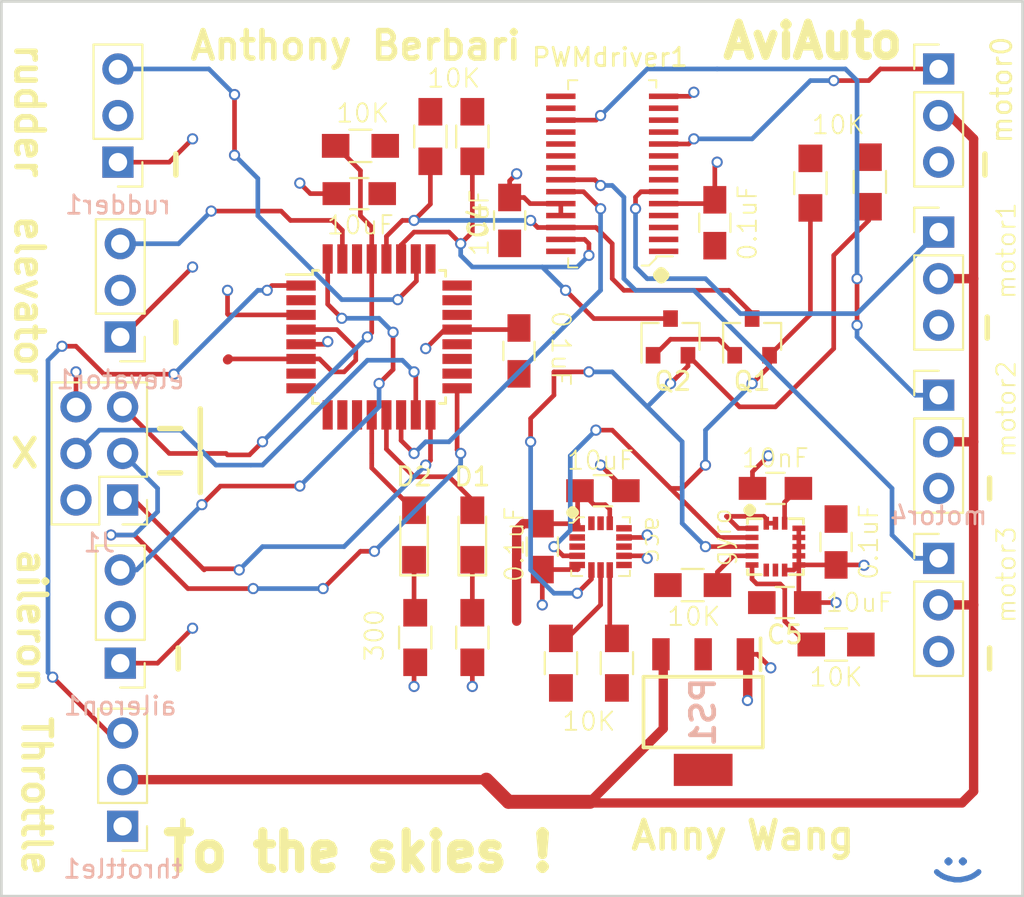
<source format=kicad_pcb>
(kicad_pcb (version 4) (host pcbnew 4.0.7)

  (general
    (links 112)
    (no_connects 53)
    (area 209.220999 50.216999 265.035 100.43281)
    (thickness 1.6)
    (drawings 48)
    (tracks 432)
    (zones 0)
    (modules 38)
    (nets 30)
  )

  (page A4)
  (layers
    (0 F.Cu signal)
    (31 B.Cu signal)
    (32 B.Adhes user)
    (33 F.Adhes user)
    (34 B.Paste user)
    (35 F.Paste user)
    (36 B.SilkS user)
    (37 F.SilkS user)
    (38 B.Mask user)
    (39 F.Mask user)
    (40 Dwgs.User user)
    (41 Cmts.User user)
    (42 Eco1.User user)
    (43 Eco2.User user)
    (44 Edge.Cuts user)
    (45 Margin user)
    (46 B.CrtYd user)
    (47 F.CrtYd user)
    (48 B.Fab user)
    (49 F.Fab user)
  )

  (setup
    (last_trace_width 0.254)
    (user_trace_width 0.508)
    (user_trace_width 0.762)
    (trace_clearance 0.127)
    (zone_clearance 0.254)
    (zone_45_only yes)
    (trace_min 0.2)
    (segment_width 0.2)
    (edge_width 0.15)
    (via_size 0.6096)
    (via_drill 0.4)
    (via_min_size 0.6)
    (via_min_drill 0.2032)
    (uvia_size 0.3)
    (uvia_drill 0.1)
    (uvias_allowed no)
    (uvia_min_size 0.2)
    (uvia_min_drill 0.1)
    (pcb_text_width 0.3)
    (pcb_text_size 1.5 1.5)
    (mod_edge_width 0.15)
    (mod_text_size 1 1)
    (mod_text_width 0.15)
    (pad_size 1.524 1.524)
    (pad_drill 0.762)
    (pad_to_mask_clearance 0.2)
    (aux_axis_origin 0 0)
    (visible_elements 7FFFFFFF)
    (pcbplotparams
      (layerselection 0x010e0_80000001)
      (usegerberextensions false)
      (excludeedgelayer true)
      (linewidth 0.100000)
      (plotframeref false)
      (viasonmask false)
      (mode 1)
      (useauxorigin false)
      (hpglpennumber 1)
      (hpglpenspeed 20)
      (hpglpendiameter 15)
      (hpglpenoverlay 2)
      (psnegative false)
      (psa4output false)
      (plotreference false)
      (plotvalue true)
      (plotinvisibletext false)
      (padsonsilk false)
      (subtractmaskfromsilk false)
      (outputformat 1)
      (mirror false)
      (drillshape 0)
      (scaleselection 1)
      (outputdirectory gerb_files/))
  )

  (net 0 "")
  (net 1 GND)
  (net 2 VCC)
  (net 3 "Net-(C9-Pad1)")
  (net 4 "Net-(D1-Pad1)")
  (net 5 "Net-(D1-Pad2)")
  (net 6 "Net-(D2-Pad1)")
  (net 7 "Net-(D2-Pad2)")
  (net 8 VAA)
  (net 9 "Net-(J1-Pad1)")
  (net 10 "Net-(J1-Pad3)")
  (net 11 "Net-(J1-Pad5)")
  (net 12 "Net-(PWMdriver1-Pad6)")
  (net 13 "Net-(PWMdriver1-Pad10)")
  (net 14 "Net-(PWMdriver1-Pad17)")
  (net 15 "Net-(PWMdriver1-Pad22)")
  (net 16 "Net-(PWMdriver1-Pad23)")
  (net 17 "Net-(PWMdriver1-Pad26)")
  (net 18 "Net-(PWMdriver1-Pad27)")
  (net 19 "Net-(J1-Pad4)")
  (net 20 "Net-(U1-Pad32)")
  (net 21 "Net-(U1-Pad31)")
  (net 22 "Net-(U1-Pad26)")
  (net 23 "Net-(U1-Pad1)")
  (net 24 "Net-(IC1-Pad2)")
  (net 25 "Net-(IC1-Pad3)")
  (net 26 "Net-(IC1-Pad4)")
  (net 27 "Net-(IC1-Pad5)")
  (net 28 "Net-(R9-Pad1)")
  (net 29 "Net-(R11-Pad2)")

  (net_class Default "This is the default net class."
    (clearance 0.127)
    (trace_width 0.254)
    (via_dia 0.6096)
    (via_drill 0.4)
    (uvia_dia 0.3)
    (uvia_drill 0.1)
    (add_net "Net-(C9-Pad1)")
    (add_net "Net-(D1-Pad1)")
    (add_net "Net-(D1-Pad2)")
    (add_net "Net-(D2-Pad1)")
    (add_net "Net-(D2-Pad2)")
    (add_net "Net-(IC1-Pad2)")
    (add_net "Net-(IC1-Pad3)")
    (add_net "Net-(IC1-Pad4)")
    (add_net "Net-(IC1-Pad5)")
    (add_net "Net-(J1-Pad4)")
    (add_net "Net-(PWMdriver1-Pad10)")
    (add_net "Net-(PWMdriver1-Pad17)")
    (add_net "Net-(PWMdriver1-Pad22)")
    (add_net "Net-(PWMdriver1-Pad23)")
    (add_net "Net-(PWMdriver1-Pad26)")
    (add_net "Net-(PWMdriver1-Pad27)")
    (add_net "Net-(PWMdriver1-Pad6)")
    (add_net "Net-(R11-Pad2)")
    (add_net "Net-(R9-Pad1)")
    (add_net "Net-(U1-Pad1)")
    (add_net "Net-(U1-Pad26)")
    (add_net "Net-(U1-Pad31)")
    (add_net "Net-(U1-Pad32)")
  )

  (net_class Ground ""
    (clearance 0.127)
    (trace_width 0.254)
    (via_dia 0.6096)
    (via_drill 0.4)
    (uvia_dia 0.3)
    (uvia_drill 0.1)
    (add_net GND)
  )

  (net_class Power ""
    (clearance 0.127)
    (trace_width 0.254)
    (via_dia 0.6096)
    (via_drill 0.4)
    (uvia_dia 0.3)
    (uvia_drill 0.1)
    (add_net VAA)
    (add_net VCC)
  )

  (net_class through_hole ""
    (clearance 0.127)
    (trace_width 0.254)
    (via_dia 0.6096)
    (via_drill 0.4)
    (uvia_dia 0.3)
    (uvia_drill 0.1)
    (add_net "Net-(J1-Pad1)")
    (add_net "Net-(J1-Pad3)")
    (add_net "Net-(J1-Pad5)")
  )

  (module Capacitors_SMD:C_0805_HandSoldering (layer F.Cu) (tedit 5B6BB725) (tstamp 5B047B6C)
    (at 251.968 83.058 180)
    (descr "Capacitor SMD 0805, hand soldering")
    (tags "capacitor 0805")
    (path /5B6C0992)
    (attr smd)
    (fp_text reference C5 (at 0 -1.75 180) (layer F.SilkS)
      (effects (font (size 1 1) (thickness 0.15)))
    )
    (fp_text value 10u (at 0 1.75 180) (layer F.Fab)
      (effects (font (size 1 1) (thickness 0.15)))
    )
    (fp_text user %R (at 0 -1.75 180) (layer F.SilkS) hide
      (effects (font (size 1 1) (thickness 0.15)))
    )
    (fp_line (start -1 0.62) (end -1 -0.62) (layer F.Fab) (width 0.1))
    (fp_line (start 1 0.62) (end -1 0.62) (layer F.Fab) (width 0.1))
    (fp_line (start 1 -0.62) (end 1 0.62) (layer F.Fab) (width 0.1))
    (fp_line (start -1 -0.62) (end 1 -0.62) (layer F.Fab) (width 0.1))
    (fp_line (start 0.5 -0.85) (end -0.5 -0.85) (layer F.SilkS) (width 0.12))
    (fp_line (start -0.5 0.85) (end 0.5 0.85) (layer F.SilkS) (width 0.12))
    (fp_line (start -2.25 -0.88) (end 2.25 -0.88) (layer F.CrtYd) (width 0.05))
    (fp_line (start -2.25 -0.88) (end -2.25 0.87) (layer F.CrtYd) (width 0.05))
    (fp_line (start 2.25 0.87) (end 2.25 -0.88) (layer F.CrtYd) (width 0.05))
    (fp_line (start 2.25 0.87) (end -2.25 0.87) (layer F.CrtYd) (width 0.05))
    (pad 1 smd rect (at -1.25 0 180) (size 1.5 1.25) (layers F.Cu F.Paste F.Mask)
      (net 1 GND))
    (pad 2 smd rect (at 1.25 0 180) (size 1.5 1.25) (layers F.Cu F.Paste F.Mask)
      (net 8 VAA))
    (model Capacitors_SMD.3dshapes/C_0805.wrl
      (at (xyz 0 0 0))
      (scale (xyz 1 1 1))
      (rotate (xyz 0 0 0))
    )
  )

  (module Capacitors_SMD:C_0805_HandSoldering (layer F.Cu) (tedit 5B6BB9DF) (tstamp 5B047B72)
    (at 254.762 79.756 270)
    (descr "Capacitor SMD 0805, hand soldering")
    (tags "capacitor 0805")
    (path /5B6C967D)
    (attr smd)
    (fp_text reference C6 (at 0 -1.75 270) (layer F.SilkS) hide
      (effects (font (size 1 1) (thickness 0.15)))
    )
    (fp_text value 0.1uF (at 0 1.75 270) (layer F.Fab)
      (effects (font (size 1 1) (thickness 0.15)))
    )
    (fp_text user %R (at 0 -1.75 270) (layer F.Fab) hide
      (effects (font (size 1 1) (thickness 0.15)))
    )
    (fp_line (start -1 0.62) (end -1 -0.62) (layer F.Fab) (width 0.1))
    (fp_line (start 1 0.62) (end -1 0.62) (layer F.Fab) (width 0.1))
    (fp_line (start 1 -0.62) (end 1 0.62) (layer F.Fab) (width 0.1))
    (fp_line (start -1 -0.62) (end 1 -0.62) (layer F.Fab) (width 0.1))
    (fp_line (start 0.5 -0.85) (end -0.5 -0.85) (layer F.SilkS) (width 0.12))
    (fp_line (start -0.5 0.85) (end 0.5 0.85) (layer F.SilkS) (width 0.12))
    (fp_line (start -2.25 -0.88) (end 2.25 -0.88) (layer F.CrtYd) (width 0.05))
    (fp_line (start -2.25 -0.88) (end -2.25 0.87) (layer F.CrtYd) (width 0.05))
    (fp_line (start 2.25 0.87) (end 2.25 -0.88) (layer F.CrtYd) (width 0.05))
    (fp_line (start 2.25 0.87) (end -2.25 0.87) (layer F.CrtYd) (width 0.05))
    (pad 1 smd rect (at -1.25 0 270) (size 1.5 1.25) (layers F.Cu F.Paste F.Mask)
      (net 8 VAA))
    (pad 2 smd rect (at 1.25 0 270) (size 1.5 1.25) (layers F.Cu F.Paste F.Mask)
      (net 1 GND))
    (model Capacitors_SMD.3dshapes/C_0805.wrl
      (at (xyz 0 0 0))
      (scale (xyz 1 1 1))
      (rotate (xyz 0 0 0))
    )
  )

  (module Capacitors_SMD:C_0805_HandSoldering (layer F.Cu) (tedit 5B6BB95D) (tstamp 5B047B78)
    (at 238.76 80.01 270)
    (descr "Capacitor SMD 0805, hand soldering")
    (tags "capacitor 0805")
    (path /5B01389E)
    (attr smd)
    (fp_text reference C7 (at 0 -1.75 270) (layer F.SilkS) hide
      (effects (font (size 1 1) (thickness 0.15)))
    )
    (fp_text value 0.1uF (at 0 1.75 270) (layer F.Fab)
      (effects (font (size 1 1) (thickness 0.15)))
    )
    (fp_text user %R (at 0 -1.778 270) (layer F.Fab) hide
      (effects (font (size 1 1) (thickness 0.15)))
    )
    (fp_line (start -1 0.62) (end -1 -0.62) (layer F.Fab) (width 0.1))
    (fp_line (start 1 0.62) (end -1 0.62) (layer F.Fab) (width 0.1))
    (fp_line (start 1 -0.62) (end 1 0.62) (layer F.Fab) (width 0.1))
    (fp_line (start -1 -0.62) (end 1 -0.62) (layer F.Fab) (width 0.1))
    (fp_line (start 0.5 -0.85) (end -0.5 -0.85) (layer F.SilkS) (width 0.12))
    (fp_line (start -0.5 0.85) (end 0.5 0.85) (layer F.SilkS) (width 0.12))
    (fp_line (start -2.25 -0.88) (end 2.25 -0.88) (layer F.CrtYd) (width 0.05))
    (fp_line (start -2.25 -0.88) (end -2.25 0.87) (layer F.CrtYd) (width 0.05))
    (fp_line (start 2.25 0.87) (end 2.25 -0.88) (layer F.CrtYd) (width 0.05))
    (fp_line (start 2.25 0.87) (end -2.25 0.87) (layer F.CrtYd) (width 0.05))
    (pad 1 smd rect (at -1.25 0 270) (size 1.5 1.25) (layers F.Cu F.Paste F.Mask)
      (net 8 VAA))
    (pad 2 smd rect (at 1.25 0 270) (size 1.5 1.25) (layers F.Cu F.Paste F.Mask)
      (net 1 GND))
    (model Capacitors_SMD.3dshapes/C_0805.wrl
      (at (xyz 0 0 0))
      (scale (xyz 1 1 1))
      (rotate (xyz 0 0 0))
    )
  )

  (module Capacitors_SMD:C_0805_HandSoldering (layer F.Cu) (tedit 5B6BB9DA) (tstamp 5B047B7E)
    (at 242.062 76.962)
    (descr "Capacitor SMD 0805, hand soldering")
    (tags "capacitor 0805")
    (path /5B01393C)
    (attr smd)
    (fp_text reference C8 (at 0 -1.75) (layer F.SilkS) hide
      (effects (font (size 1 1) (thickness 0.15)))
    )
    (fp_text value 10uF (at 0 1.75) (layer F.Fab)
      (effects (font (size 1 1) (thickness 0.15)))
    )
    (fp_text user %R (at 0 -1.75) (layer F.SilkS) hide
      (effects (font (size 1 1) (thickness 0.15)))
    )
    (fp_line (start -1 0.62) (end -1 -0.62) (layer F.Fab) (width 0.1))
    (fp_line (start 1 0.62) (end -1 0.62) (layer F.Fab) (width 0.1))
    (fp_line (start 1 -0.62) (end 1 0.62) (layer F.Fab) (width 0.1))
    (fp_line (start -1 -0.62) (end 1 -0.62) (layer F.Fab) (width 0.1))
    (fp_line (start 0.5 -0.85) (end -0.5 -0.85) (layer F.SilkS) (width 0.12))
    (fp_line (start -0.5 0.85) (end 0.5 0.85) (layer F.SilkS) (width 0.12))
    (fp_line (start -2.25 -0.88) (end 2.25 -0.88) (layer F.CrtYd) (width 0.05))
    (fp_line (start -2.25 -0.88) (end -2.25 0.87) (layer F.CrtYd) (width 0.05))
    (fp_line (start 2.25 0.87) (end 2.25 -0.88) (layer F.CrtYd) (width 0.05))
    (fp_line (start 2.25 0.87) (end -2.25 0.87) (layer F.CrtYd) (width 0.05))
    (pad 1 smd rect (at -1.25 0) (size 1.5 1.25) (layers F.Cu F.Paste F.Mask)
      (net 8 VAA))
    (pad 2 smd rect (at 1.25 0) (size 1.5 1.25) (layers F.Cu F.Paste F.Mask)
      (net 1 GND))
    (model Capacitors_SMD.3dshapes/C_0805.wrl
      (at (xyz 0 0 0))
      (scale (xyz 1 1 1))
      (rotate (xyz 0 0 0))
    )
  )

  (module Capacitors_SMD:C_0805_HandSoldering (layer F.Cu) (tedit 5B6BB93A) (tstamp 5B047B84)
    (at 251.46 76.835 180)
    (descr "Capacitor SMD 0805, hand soldering")
    (tags "capacitor 0805")
    (path /5B0183CB)
    (attr smd)
    (fp_text reference C9 (at -0.127 2.667 180) (layer F.SilkS) hide
      (effects (font (size 1 1) (thickness 0.15)))
    )
    (fp_text value 10nF (at 0 1 180) (layer F.Fab)
      (effects (font (size 1 1) (thickness 0.15)))
    )
    (fp_text user %R (at 0 -1.75 180) (layer F.Fab) hide
      (effects (font (size 1 1) (thickness 0.15)))
    )
    (fp_line (start -1 0.62) (end -1 -0.62) (layer F.Fab) (width 0.1))
    (fp_line (start 1 0.62) (end -1 0.62) (layer F.Fab) (width 0.1))
    (fp_line (start 1 -0.62) (end 1 0.62) (layer F.Fab) (width 0.1))
    (fp_line (start -1 -0.62) (end 1 -0.62) (layer F.Fab) (width 0.1))
    (fp_line (start 0.5 -0.85) (end -0.5 -0.85) (layer F.SilkS) (width 0.12))
    (fp_line (start -0.5 0.85) (end 0.5 0.85) (layer F.SilkS) (width 0.12))
    (fp_line (start -2.25 -0.88) (end 2.25 -0.88) (layer F.CrtYd) (width 0.05))
    (fp_line (start -2.25 -0.88) (end -2.25 0.87) (layer F.CrtYd) (width 0.05))
    (fp_line (start 2.25 0.87) (end 2.25 -0.88) (layer F.CrtYd) (width 0.05))
    (fp_line (start 2.25 0.87) (end -2.25 0.87) (layer F.CrtYd) (width 0.05))
    (pad 1 smd rect (at -1.25 0 180) (size 1.5 1.25) (layers F.Cu F.Paste F.Mask)
      (net 3 "Net-(C9-Pad1)"))
    (pad 2 smd rect (at 1.25 0 180) (size 1.5 1.25) (layers F.Cu F.Paste F.Mask)
      (net 1 GND))
    (model Capacitors_SMD.3dshapes/C_0805.wrl
      (at (xyz 0 0 0))
      (scale (xyz 1 1 1))
      (rotate (xyz 0 0 0))
    )
  )

  (module LEDs:LED_0805_HandSoldering (layer F.Cu) (tedit 5B6BB5A4) (tstamp 5B047B9C)
    (at 234.95 79.375 90)
    (descr "Resistor SMD 0805, hand soldering")
    (tags "resistor 0805")
    (path /5B01445F)
    (attr smd)
    (fp_text reference D1 (at 3.175 0 180) (layer F.SilkS)
      (effects (font (size 1 1) (thickness 0.15)))
    )
    (fp_text value green (at 0 1.75 90) (layer F.Fab)
      (effects (font (size 1 1) (thickness 0.15)))
    )
    (fp_line (start -0.4 -0.4) (end -0.4 0.4) (layer F.Fab) (width 0.1))
    (fp_line (start -0.4 0) (end 0.2 -0.4) (layer F.Fab) (width 0.1))
    (fp_line (start 0.2 0.4) (end -0.4 0) (layer F.Fab) (width 0.1))
    (fp_line (start 0.2 -0.4) (end 0.2 0.4) (layer F.Fab) (width 0.1))
    (fp_line (start -1 0.62) (end -1 -0.62) (layer F.Fab) (width 0.1))
    (fp_line (start 1 0.62) (end -1 0.62) (layer F.Fab) (width 0.1))
    (fp_line (start 1 -0.62) (end 1 0.62) (layer F.Fab) (width 0.1))
    (fp_line (start -1 -0.62) (end 1 -0.62) (layer F.Fab) (width 0.1))
    (fp_line (start 1 0.75) (end -2.2 0.75) (layer F.SilkS) (width 0.12))
    (fp_line (start -2.2 -0.75) (end 1 -0.75) (layer F.SilkS) (width 0.12))
    (fp_line (start -2.35 -0.9) (end 2.35 -0.9) (layer F.CrtYd) (width 0.05))
    (fp_line (start -2.35 -0.9) (end -2.35 0.9) (layer F.CrtYd) (width 0.05))
    (fp_line (start 2.35 0.9) (end 2.35 -0.9) (layer F.CrtYd) (width 0.05))
    (fp_line (start 2.35 0.9) (end -2.35 0.9) (layer F.CrtYd) (width 0.05))
    (fp_line (start -2.2 -0.75) (end -2.2 0.75) (layer F.SilkS) (width 0.12))
    (pad 1 smd rect (at -1.35 0 90) (size 1.5 1.3) (layers F.Cu F.Paste F.Mask)
      (net 4 "Net-(D1-Pad1)"))
    (pad 2 smd rect (at 1.35 0 90) (size 1.5 1.3) (layers F.Cu F.Paste F.Mask)
      (net 5 "Net-(D1-Pad2)"))
    (model ${KISYS3DMOD}/LEDs.3dshapes/LED_0805.wrl
      (at (xyz 0 0 0))
      (scale (xyz 1 1 1))
      (rotate (xyz 0 0 0))
    )
  )

  (module LEDs:LED_0805_HandSoldering (layer F.Cu) (tedit 5B6BB5A7) (tstamp 5B047BA2)
    (at 231.775 79.375 90)
    (descr "Resistor SMD 0805, hand soldering")
    (tags "resistor 0805")
    (path /5B014543)
    (attr smd)
    (fp_text reference D2 (at 3.175 0 180) (layer F.SilkS)
      (effects (font (size 1 1) (thickness 0.15)))
    )
    (fp_text value red (at 0 1.75 90) (layer F.Fab)
      (effects (font (size 1 1) (thickness 0.15)))
    )
    (fp_line (start -0.4 -0.4) (end -0.4 0.4) (layer F.Fab) (width 0.1))
    (fp_line (start -0.4 0) (end 0.2 -0.4) (layer F.Fab) (width 0.1))
    (fp_line (start 0.2 0.4) (end -0.4 0) (layer F.Fab) (width 0.1))
    (fp_line (start 0.2 -0.4) (end 0.2 0.4) (layer F.Fab) (width 0.1))
    (fp_line (start -1 0.62) (end -1 -0.62) (layer F.Fab) (width 0.1))
    (fp_line (start 1 0.62) (end -1 0.62) (layer F.Fab) (width 0.1))
    (fp_line (start 1 -0.62) (end 1 0.62) (layer F.Fab) (width 0.1))
    (fp_line (start -1 -0.62) (end 1 -0.62) (layer F.Fab) (width 0.1))
    (fp_line (start 1 0.75) (end -2.2 0.75) (layer F.SilkS) (width 0.12))
    (fp_line (start -2.2 -0.75) (end 1 -0.75) (layer F.SilkS) (width 0.12))
    (fp_line (start -2.35 -0.9) (end 2.35 -0.9) (layer F.CrtYd) (width 0.05))
    (fp_line (start -2.35 -0.9) (end -2.35 0.9) (layer F.CrtYd) (width 0.05))
    (fp_line (start 2.35 0.9) (end 2.35 -0.9) (layer F.CrtYd) (width 0.05))
    (fp_line (start 2.35 0.9) (end -2.35 0.9) (layer F.CrtYd) (width 0.05))
    (fp_line (start -2.2 -0.75) (end -2.2 0.75) (layer F.SilkS) (width 0.12))
    (pad 1 smd rect (at -1.35 0 90) (size 1.5 1.3) (layers F.Cu F.Paste F.Mask)
      (net 6 "Net-(D2-Pad1)"))
    (pad 2 smd rect (at 1.35 0 90) (size 1.5 1.3) (layers F.Cu F.Paste F.Mask)
      (net 7 "Net-(D2-Pad2)"))
    (model ${KISYS3DMOD}/LEDs.3dshapes/LED_0805.wrl
      (at (xyz 0 0 0))
      (scale (xyz 1 1 1))
      (rotate (xyz 0 0 0))
    )
  )

  (module digikey-footprints:TSSOP-28_W4.40mm (layer F.Cu) (tedit 5B6BB628) (tstamp 5B047C69)
    (at 242.57 59.69 90)
    (descr http://www.ti.com/lit/ds/symlink/tlc5940.pdf)
    (path /5B007CE9)
    (fp_text reference PWMdriver1 (at 6.35 -0.127 180) (layer F.SilkS)
      (effects (font (size 1 1) (thickness 0.15)))
    )
    (fp_text value PCA9685PW_112 (at 0.06 5.64 90) (layer F.Fab)
      (effects (font (size 1 1) (thickness 0.15)))
    )
    (fp_line (start -5.1 3.85) (end 5.1 3.85) (layer F.CrtYd) (width 0.05))
    (fp_line (start -5.1 -3.85) (end 5.1 -3.85) (layer F.CrtYd) (width 0.05))
    (fp_line (start -5.1 -3.85) (end -5.1 3.85) (layer F.CrtYd) (width 0.05))
    (fp_line (start 5.1 -3.85) (end 5.1 3.85) (layer F.CrtYd) (width 0.05))
    (fp_line (start 5.1 2) (end 5.1 2.4) (layer F.SilkS) (width 0.1))
    (fp_line (start 5.1 2.4) (end 4.7 2.4) (layer F.SilkS) (width 0.1))
    (fp_line (start -5 1.6) (end -5 2) (layer F.SilkS) (width 0.1))
    (fp_line (start -5 2) (end -4.6 2.4) (layer F.SilkS) (width 0.1))
    (fp_line (start -4.6 2.4) (end -4.5 2.4) (layer F.SilkS) (width 0.1))
    (fp_line (start -4.5 2.4) (end -4.5 3.3) (layer F.SilkS) (width 0.1))
    (fp_line (start -4.6 -2.4) (end -5.1 -2.4) (layer F.SilkS) (width 0.1))
    (fp_line (start -5.1 -2.4) (end -5.1 -1.9) (layer F.SilkS) (width 0.1))
    (fp_line (start 4.6 -2.4) (end 5.1 -2.4) (layer F.SilkS) (width 0.1))
    (fp_line (start 5.1 -2.4) (end 5.1 -1.9) (layer F.SilkS) (width 0.1))
    (fp_text user %R (at 0 0 90) (layer F.Fab)
      (effects (font (size 1 1) (thickness 0.15)))
    )
    (fp_line (start -4.85 1.89) (end -4.85 -2.2) (layer F.Fab) (width 0.1))
    (fp_line (start -4.52 2.2) (end 4.85 2.2) (layer F.Fab) (width 0.1))
    (fp_line (start -4.85 1.89) (end -4.52 2.2) (layer F.Fab) (width 0.1))
    (fp_line (start -4.85 -2.2) (end 4.85 -2.2) (layer F.Fab) (width 0.1))
    (fp_line (start 4.85 -2.2) (end 4.85 2.2) (layer F.Fab) (width 0.1))
    (pad 1 smd rect (at -4.225 2.8 90) (size 0.3 1.6) (layers F.Cu F.Paste F.Mask)
      (net 2 VCC) (solder_mask_margin 0.07))
    (pad 2 smd rect (at -3.575 2.8 90) (size 0.3 1.6) (layers F.Cu F.Paste F.Mask)
      (net 2 VCC) (solder_mask_margin 0.07))
    (pad 3 smd rect (at -2.925 2.8 90) (size 0.3 1.6) (layers F.Cu F.Paste F.Mask)
      (net 2 VCC) (solder_mask_margin 0.07))
    (pad 4 smd rect (at -2.275 2.8 90) (size 0.3 1.6) (layers F.Cu F.Paste F.Mask)
      (net 2 VCC) (solder_mask_margin 0.07))
    (pad 5 smd rect (at -1.625 2.8 90) (size 0.3 1.6) (layers F.Cu F.Paste F.Mask)
      (net 1 GND) (solder_mask_margin 0.07))
    (pad 6 smd rect (at -0.975 2.8 90) (size 0.3 1.6) (layers F.Cu F.Paste F.Mask)
      (net 12 "Net-(PWMdriver1-Pad6)") (solder_mask_margin 0.07))
    (pad 7 smd rect (at -0.325 2.8 90) (size 0.3 1.6) (layers F.Cu F.Paste F.Mask)
      (solder_mask_margin 0.07))
    (pad 8 smd rect (at 0.325 2.8 90) (size 0.3 1.6) (layers F.Cu F.Paste F.Mask)
      (solder_mask_margin 0.07))
    (pad 9 smd rect (at 0.975 2.8 90) (size 0.3 1.6) (layers F.Cu F.Paste F.Mask)
      (solder_mask_margin 0.07))
    (pad 10 smd rect (at 1.625 2.8 90) (size 0.3 1.6) (layers F.Cu F.Paste F.Mask)
      (net 13 "Net-(PWMdriver1-Pad10)") (solder_mask_margin 0.07))
    (pad 11 smd rect (at 2.275 2.8 90) (size 0.3 1.6) (layers F.Cu F.Paste F.Mask)
      (solder_mask_margin 0.07))
    (pad 12 smd rect (at 2.925 2.8 90) (size 0.3 1.6) (layers F.Cu F.Paste F.Mask)
      (solder_mask_margin 0.07))
    (pad 13 smd rect (at 3.575 2.8 90) (size 0.3 1.6) (layers F.Cu F.Paste F.Mask)
      (solder_mask_margin 0.07))
    (pad 14 smd rect (at 4.225 2.8 90) (size 0.3 1.6) (layers F.Cu F.Paste F.Mask)
      (net 1 GND) (solder_mask_margin 0.07))
    (pad 15 smd rect (at 4.225 -2.8 90) (size 0.3 1.6) (layers F.Cu F.Paste F.Mask)
      (solder_mask_margin 0.07))
    (pad 16 smd rect (at 3.575 -2.8 90) (size 0.3 1.6) (layers F.Cu F.Paste F.Mask)
      (solder_mask_margin 0.07))
    (pad 17 smd rect (at 2.925 -2.8 90) (size 0.3 1.6) (layers F.Cu F.Paste F.Mask)
      (net 14 "Net-(PWMdriver1-Pad17)") (solder_mask_margin 0.07))
    (pad 18 smd rect (at 2.275 -2.8 90) (size 0.3 1.6) (layers F.Cu F.Paste F.Mask)
      (solder_mask_margin 0.07))
    (pad 19 smd rect (at 1.625 -2.8 90) (size 0.3 1.6) (layers F.Cu F.Paste F.Mask)
      (solder_mask_margin 0.07))
    (pad 20 smd rect (at 0.975 -2.8 90) (size 0.3 1.6) (layers F.Cu F.Paste F.Mask)
      (solder_mask_margin 0.07))
    (pad 21 smd rect (at 0.325 -2.8 90) (size 0.3 1.6) (layers F.Cu F.Paste F.Mask)
      (solder_mask_margin 0.07))
    (pad 22 smd rect (at -0.325 -2.8 90) (size 0.3 1.6) (layers F.Cu F.Paste F.Mask)
      (net 15 "Net-(PWMdriver1-Pad22)") (solder_mask_margin 0.07))
    (pad 23 smd rect (at -0.975 -2.8 90) (size 0.3 1.6) (layers F.Cu F.Paste F.Mask)
      (net 16 "Net-(PWMdriver1-Pad23)") (solder_mask_margin 0.07))
    (pad 24 smd rect (at -1.625 -2.8 90) (size 0.3 1.6) (layers F.Cu F.Paste F.Mask)
      (net 1 GND) (solder_mask_margin 0.07))
    (pad 25 smd rect (at -2.275 -2.8 90) (size 0.3 1.6) (layers F.Cu F.Paste F.Mask)
      (net 1 GND) (solder_mask_margin 0.07))
    (pad 26 smd rect (at -2.925 -2.8 90) (size 0.3 1.6) (layers F.Cu F.Paste F.Mask)
      (net 17 "Net-(PWMdriver1-Pad26)") (solder_mask_margin 0.07))
    (pad 27 smd rect (at -3.575 -2.8 90) (size 0.3 1.6) (layers F.Cu F.Paste F.Mask)
      (net 18 "Net-(PWMdriver1-Pad27)") (solder_mask_margin 0.07))
    (pad 28 smd rect (at -4.225 -2.8 90) (size 0.3 1.6) (layers F.Cu F.Paste F.Mask)
      (net 2 VCC) (solder_mask_margin 0.07))
  )

  (module Resistors_SMD:R_0805_HandSoldering (layer F.Cu) (tedit 5B6BB5FB) (tstamp 5B047C6F)
    (at 234.95 57.658 90)
    (descr "Resistor SMD 0805, hand soldering")
    (tags "resistor 0805")
    (path /5B6A8508)
    (attr smd)
    (fp_text reference R1 (at 0 -1.7 90) (layer F.SilkS) hide
      (effects (font (size 1 1) (thickness 0.15)))
    )
    (fp_text value 10K (at 0 1.75 90) (layer F.Fab)
      (effects (font (size 1 1) (thickness 0.15)))
    )
    (fp_text user %R (at 0 0 90) (layer F.Fab)
      (effects (font (size 0.5 0.5) (thickness 0.075)))
    )
    (fp_line (start -1 0.62) (end -1 -0.62) (layer F.Fab) (width 0.1))
    (fp_line (start 1 0.62) (end -1 0.62) (layer F.Fab) (width 0.1))
    (fp_line (start 1 -0.62) (end 1 0.62) (layer F.Fab) (width 0.1))
    (fp_line (start -1 -0.62) (end 1 -0.62) (layer F.Fab) (width 0.1))
    (fp_line (start 0.6 0.88) (end -0.6 0.88) (layer F.SilkS) (width 0.12))
    (fp_line (start -0.6 -0.88) (end 0.6 -0.88) (layer F.SilkS) (width 0.12))
    (fp_line (start -2.35 -0.9) (end 2.35 -0.9) (layer F.CrtYd) (width 0.05))
    (fp_line (start -2.35 -0.9) (end -2.35 0.9) (layer F.CrtYd) (width 0.05))
    (fp_line (start 2.35 0.9) (end 2.35 -0.9) (layer F.CrtYd) (width 0.05))
    (fp_line (start 2.35 0.9) (end -2.35 0.9) (layer F.CrtYd) (width 0.05))
    (pad 1 smd rect (at -1.35 0 90) (size 1.5 1.3) (layers F.Cu F.Paste F.Mask)
      (net 18 "Net-(PWMdriver1-Pad27)"))
    (pad 2 smd rect (at 1.35 0 90) (size 1.5 1.3) (layers F.Cu F.Paste F.Mask)
      (net 2 VCC))
    (model ${KISYS3DMOD}/Resistors_SMD.3dshapes/R_0805.wrl
      (at (xyz 0 0 0))
      (scale (xyz 1 1 1))
      (rotate (xyz 0 0 0))
    )
  )

  (module Resistors_SMD:R_0805_HandSoldering (layer F.Cu) (tedit 5B6BB5F5) (tstamp 5B047C75)
    (at 232.664 57.658 90)
    (descr "Resistor SMD 0805, hand soldering")
    (tags "resistor 0805")
    (path /5B6A85C1)
    (attr smd)
    (fp_text reference R2 (at 0 -1.7 90) (layer F.SilkS) hide
      (effects (font (size 1 1) (thickness 0.15)))
    )
    (fp_text value 10K (at 0 1.75 90) (layer F.Fab)
      (effects (font (size 1 1) (thickness 0.15)))
    )
    (fp_text user %R (at 0 0 90) (layer F.Fab)
      (effects (font (size 0.5 0.5) (thickness 0.075)))
    )
    (fp_line (start -1 0.62) (end -1 -0.62) (layer F.Fab) (width 0.1))
    (fp_line (start 1 0.62) (end -1 0.62) (layer F.Fab) (width 0.1))
    (fp_line (start 1 -0.62) (end 1 0.62) (layer F.Fab) (width 0.1))
    (fp_line (start -1 -0.62) (end 1 -0.62) (layer F.Fab) (width 0.1))
    (fp_line (start 0.6 0.88) (end -0.6 0.88) (layer F.SilkS) (width 0.12))
    (fp_line (start -0.6 -0.88) (end 0.6 -0.88) (layer F.SilkS) (width 0.12))
    (fp_line (start -2.35 -0.9) (end 2.35 -0.9) (layer F.CrtYd) (width 0.05))
    (fp_line (start -2.35 -0.9) (end -2.35 0.9) (layer F.CrtYd) (width 0.05))
    (fp_line (start 2.35 0.9) (end 2.35 -0.9) (layer F.CrtYd) (width 0.05))
    (fp_line (start 2.35 0.9) (end -2.35 0.9) (layer F.CrtYd) (width 0.05))
    (pad 1 smd rect (at -1.35 0 90) (size 1.5 1.3) (layers F.Cu F.Paste F.Mask)
      (net 17 "Net-(PWMdriver1-Pad26)"))
    (pad 2 smd rect (at 1.35 0 90) (size 1.5 1.3) (layers F.Cu F.Paste F.Mask)
      (net 2 VCC))
    (model ${KISYS3DMOD}/Resistors_SMD.3dshapes/R_0805.wrl
      (at (xyz 0 0 0))
      (scale (xyz 1 1 1))
      (rotate (xyz 0 0 0))
    )
  )

  (module Resistors_SMD:R_0805_HandSoldering (layer F.Cu) (tedit 5B6BB579) (tstamp 5B047C7B)
    (at 234.95 84.963 270)
    (descr "Resistor SMD 0805, hand soldering")
    (tags "resistor 0805")
    (path /5B014D38)
    (attr smd)
    (fp_text reference R3 (at 0 -1.7 270) (layer F.SilkS) hide
      (effects (font (size 1 1) (thickness 0.15)))
    )
    (fp_text value 300 (at 0 1.75 270) (layer F.Fab)
      (effects (font (size 1 1) (thickness 0.15)))
    )
    (fp_text user %R (at 0 0 270) (layer F.Fab)
      (effects (font (size 0.5 0.5) (thickness 0.075)))
    )
    (fp_line (start -1 0.62) (end -1 -0.62) (layer F.Fab) (width 0.1))
    (fp_line (start 1 0.62) (end -1 0.62) (layer F.Fab) (width 0.1))
    (fp_line (start 1 -0.62) (end 1 0.62) (layer F.Fab) (width 0.1))
    (fp_line (start -1 -0.62) (end 1 -0.62) (layer F.Fab) (width 0.1))
    (fp_line (start 0.6 0.88) (end -0.6 0.88) (layer F.SilkS) (width 0.12))
    (fp_line (start -0.6 -0.88) (end 0.6 -0.88) (layer F.SilkS) (width 0.12))
    (fp_line (start -2.35 -0.9) (end 2.35 -0.9) (layer F.CrtYd) (width 0.05))
    (fp_line (start -2.35 -0.9) (end -2.35 0.9) (layer F.CrtYd) (width 0.05))
    (fp_line (start 2.35 0.9) (end 2.35 -0.9) (layer F.CrtYd) (width 0.05))
    (fp_line (start 2.35 0.9) (end -2.35 0.9) (layer F.CrtYd) (width 0.05))
    (pad 1 smd rect (at -1.35 0 270) (size 1.5 1.3) (layers F.Cu F.Paste F.Mask)
      (net 4 "Net-(D1-Pad1)"))
    (pad 2 smd rect (at 1.35 0 270) (size 1.5 1.3) (layers F.Cu F.Paste F.Mask)
      (net 1 GND))
    (model ${KISYS3DMOD}/Resistors_SMD.3dshapes/R_0805.wrl
      (at (xyz 0 0 0))
      (scale (xyz 1 1 1))
      (rotate (xyz 0 0 0))
    )
  )

  (module Resistors_SMD:R_0805_HandSoldering (layer F.Cu) (tedit 5B6BB54A) (tstamp 5B047C81)
    (at 231.8385 84.963 270)
    (descr "Resistor SMD 0805, hand soldering")
    (tags "resistor 0805")
    (path /5B014C86)
    (attr smd)
    (fp_text reference R4 (at -0.127 2.9845 270) (layer B.SilkS) hide
      (effects (font (size 1 1) (thickness 0.15)) (justify mirror))
    )
    (fp_text value 300 (at 0 1.75 270) (layer F.Fab)
      (effects (font (size 1 1) (thickness 0.15)))
    )
    (fp_text user %R (at 0 0 270) (layer F.Fab)
      (effects (font (size 0.5 0.5) (thickness 0.075)))
    )
    (fp_line (start -1 0.62) (end -1 -0.62) (layer F.Fab) (width 0.1))
    (fp_line (start 1 0.62) (end -1 0.62) (layer F.Fab) (width 0.1))
    (fp_line (start 1 -0.62) (end 1 0.62) (layer F.Fab) (width 0.1))
    (fp_line (start -1 -0.62) (end 1 -0.62) (layer F.Fab) (width 0.1))
    (fp_line (start 0.6 0.88) (end -0.6 0.88) (layer F.SilkS) (width 0.12))
    (fp_line (start -0.6 -0.88) (end 0.6 -0.88) (layer F.SilkS) (width 0.12))
    (fp_line (start -2.35 -0.9) (end 2.35 -0.9) (layer F.CrtYd) (width 0.05))
    (fp_line (start -2.35 -0.9) (end -2.35 0.9) (layer F.CrtYd) (width 0.05))
    (fp_line (start 2.35 0.9) (end 2.35 -0.9) (layer F.CrtYd) (width 0.05))
    (fp_line (start 2.35 0.9) (end -2.35 0.9) (layer F.CrtYd) (width 0.05))
    (pad 1 smd rect (at -1.35 0 270) (size 1.5 1.3) (layers F.Cu F.Paste F.Mask)
      (net 6 "Net-(D2-Pad1)"))
    (pad 2 smd rect (at 1.35 0 270) (size 1.5 1.3) (layers F.Cu F.Paste F.Mask)
      (net 1 GND))
    (model ${KISYS3DMOD}/Resistors_SMD.3dshapes/R_0805.wrl
      (at (xyz 0 0 0))
      (scale (xyz 1 1 1))
      (rotate (xyz 0 0 0))
    )
  )

  (module Resistors_SMD:R_0805_HandSoldering (layer F.Cu) (tedit 5B6BB5D0) (tstamp 5B047C87)
    (at 228.854 58.166)
    (descr "Resistor SMD 0805, hand soldering")
    (tags "resistor 0805")
    (path /5B020FB2)
    (attr smd)
    (fp_text reference R5 (at 0 -1.7) (layer F.SilkS) hide
      (effects (font (size 1 1) (thickness 0.15)))
    )
    (fp_text value 10K (at 0 1.75) (layer F.Fab)
      (effects (font (size 1 1) (thickness 0.15)))
    )
    (fp_text user %R (at 0 0) (layer F.Fab)
      (effects (font (size 0.5 0.5) (thickness 0.075)))
    )
    (fp_line (start -1 0.62) (end -1 -0.62) (layer F.Fab) (width 0.1))
    (fp_line (start 1 0.62) (end -1 0.62) (layer F.Fab) (width 0.1))
    (fp_line (start 1 -0.62) (end 1 0.62) (layer F.Fab) (width 0.1))
    (fp_line (start -1 -0.62) (end 1 -0.62) (layer F.Fab) (width 0.1))
    (fp_line (start 0.6 0.88) (end -0.6 0.88) (layer F.SilkS) (width 0.12))
    (fp_line (start -0.6 -0.88) (end 0.6 -0.88) (layer F.SilkS) (width 0.12))
    (fp_line (start -2.35 -0.9) (end 2.35 -0.9) (layer F.CrtYd) (width 0.05))
    (fp_line (start -2.35 -0.9) (end -2.35 0.9) (layer F.CrtYd) (width 0.05))
    (fp_line (start 2.35 0.9) (end 2.35 -0.9) (layer F.CrtYd) (width 0.05))
    (fp_line (start 2.35 0.9) (end -2.35 0.9) (layer F.CrtYd) (width 0.05))
    (pad 1 smd rect (at -1.35 0) (size 1.5 1.3) (layers F.Cu F.Paste F.Mask)
      (net 11 "Net-(J1-Pad5)"))
    (pad 2 smd rect (at 1.35 0) (size 1.5 1.3) (layers F.Cu F.Paste F.Mask)
      (net 2 VCC))
    (model ${KISYS3DMOD}/Resistors_SMD.3dshapes/R_0805.wrl
      (at (xyz 0 0 0))
      (scale (xyz 1 1 1))
      (rotate (xyz 0 0 0))
    )
  )

  (module Housings_QFP:TQFP-32_7x7mm_Pitch0.8mm (layer F.Cu) (tedit 5B6BB5D7) (tstamp 5B047CB9)
    (at 229.87 68.58)
    (descr "32-Lead Plastic Thin Quad Flatpack (PT) - 7x7x1.0 mm Body, 2.00 mm [TQFP] (see Microchip Packaging Specification 00000049BS.pdf)")
    (tags "QFP 0.8")
    (path /5AFFB93B)
    (attr smd)
    (fp_text reference U1 (at 0 -6.05) (layer F.SilkS) hide
      (effects (font (size 1 1) (thickness 0.15)))
    )
    (fp_text value ATMEGA328-AU (at 0 6.05) (layer F.Fab)
      (effects (font (size 1 1) (thickness 0.15)))
    )
    (fp_text user %R (at 0 0) (layer F.Fab)
      (effects (font (size 1 1) (thickness 0.15)))
    )
    (fp_line (start -2.5 -3.5) (end 3.5 -3.5) (layer F.Fab) (width 0.15))
    (fp_line (start 3.5 -3.5) (end 3.5 3.5) (layer F.Fab) (width 0.15))
    (fp_line (start 3.5 3.5) (end -3.5 3.5) (layer F.Fab) (width 0.15))
    (fp_line (start -3.5 3.5) (end -3.5 -2.5) (layer F.Fab) (width 0.15))
    (fp_line (start -3.5 -2.5) (end -2.5 -3.5) (layer F.Fab) (width 0.15))
    (fp_line (start -5.3 -5.3) (end -5.3 5.3) (layer F.CrtYd) (width 0.05))
    (fp_line (start 5.3 -5.3) (end 5.3 5.3) (layer F.CrtYd) (width 0.05))
    (fp_line (start -5.3 -5.3) (end 5.3 -5.3) (layer F.CrtYd) (width 0.05))
    (fp_line (start -5.3 5.3) (end 5.3 5.3) (layer F.CrtYd) (width 0.05))
    (fp_line (start -3.625 -3.625) (end -3.625 -3.4) (layer F.SilkS) (width 0.15))
    (fp_line (start 3.625 -3.625) (end 3.625 -3.3) (layer F.SilkS) (width 0.15))
    (fp_line (start 3.625 3.625) (end 3.625 3.3) (layer F.SilkS) (width 0.15))
    (fp_line (start -3.625 3.625) (end -3.625 3.3) (layer F.SilkS) (width 0.15))
    (fp_line (start -3.625 -3.625) (end -3.3 -3.625) (layer F.SilkS) (width 0.15))
    (fp_line (start -3.625 3.625) (end -3.3 3.625) (layer F.SilkS) (width 0.15))
    (fp_line (start 3.625 3.625) (end 3.3 3.625) (layer F.SilkS) (width 0.15))
    (fp_line (start 3.625 -3.625) (end 3.3 -3.625) (layer F.SilkS) (width 0.15))
    (fp_line (start -3.625 -3.4) (end -5.05 -3.4) (layer F.SilkS) (width 0.15))
    (pad 1 smd rect (at -4.25 -2.8) (size 1.6 0.55) (layers F.Cu F.Paste F.Mask)
      (net 23 "Net-(U1-Pad1)"))
    (pad 2 smd rect (at -4.25 -2) (size 1.6 0.55) (layers F.Cu F.Paste F.Mask))
    (pad 3 smd rect (at -4.25 -1.2) (size 1.6 0.55) (layers F.Cu F.Paste F.Mask)
      (net 1 GND))
    (pad 4 smd rect (at -4.25 -0.4) (size 1.6 0.55) (layers F.Cu F.Paste F.Mask)
      (net 2 VCC))
    (pad 5 smd rect (at -4.25 0.4) (size 1.6 0.55) (layers F.Cu F.Paste F.Mask)
      (net 1 GND))
    (pad 6 smd rect (at -4.25 1.2) (size 1.6 0.55) (layers F.Cu F.Paste F.Mask)
      (net 2 VCC))
    (pad 7 smd rect (at -4.25 2) (size 1.6 0.55) (layers F.Cu F.Paste F.Mask))
    (pad 8 smd rect (at -4.25 2.8) (size 1.6 0.55) (layers F.Cu F.Paste F.Mask))
    (pad 9 smd rect (at -2.8 4.25 90) (size 1.6 0.55) (layers F.Cu F.Paste F.Mask))
    (pad 10 smd rect (at -2 4.25 90) (size 1.6 0.55) (layers F.Cu F.Paste F.Mask))
    (pad 11 smd rect (at -1.2 4.25 90) (size 1.6 0.55) (layers F.Cu F.Paste F.Mask))
    (pad 12 smd rect (at -0.4 4.25 90) (size 1.6 0.55) (layers F.Cu F.Paste F.Mask)
      (net 7 "Net-(D2-Pad2)"))
    (pad 13 smd rect (at 0.4 4.25 90) (size 1.6 0.55) (layers F.Cu F.Paste F.Mask)
      (net 5 "Net-(D1-Pad2)"))
    (pad 14 smd rect (at 1.2 4.25 90) (size 1.6 0.55) (layers F.Cu F.Paste F.Mask)
      (net 16 "Net-(PWMdriver1-Pad23)"))
    (pad 15 smd rect (at 2 4.25 90) (size 1.6 0.55) (layers F.Cu F.Paste F.Mask)
      (net 19 "Net-(J1-Pad4)"))
    (pad 16 smd rect (at 2.8 4.25 90) (size 1.6 0.55) (layers F.Cu F.Paste F.Mask)
      (net 9 "Net-(J1-Pad1)"))
    (pad 17 smd rect (at 4.25 2.8) (size 1.6 0.55) (layers F.Cu F.Paste F.Mask)
      (net 10 "Net-(J1-Pad3)"))
    (pad 18 smd rect (at 4.25 2) (size 1.6 0.55) (layers F.Cu F.Paste F.Mask)
      (net 2 VCC))
    (pad 19 smd rect (at 4.25 1.2) (size 1.6 0.55) (layers F.Cu F.Paste F.Mask))
    (pad 20 smd rect (at 4.25 0.4) (size 1.6 0.55) (layers F.Cu F.Paste F.Mask))
    (pad 21 smd rect (at 4.25 -0.4) (size 1.6 0.55) (layers F.Cu F.Paste F.Mask)
      (net 1 GND))
    (pad 22 smd rect (at 4.25 -1.2) (size 1.6 0.55) (layers F.Cu F.Paste F.Mask))
    (pad 23 smd rect (at 4.25 -2) (size 1.6 0.55) (layers F.Cu F.Paste F.Mask))
    (pad 24 smd rect (at 4.25 -2.8) (size 1.6 0.55) (layers F.Cu F.Paste F.Mask))
    (pad 25 smd rect (at 2.8 -4.25 90) (size 1.6 0.55) (layers F.Cu F.Paste F.Mask))
    (pad 26 smd rect (at 2 -4.25 90) (size 1.6 0.55) (layers F.Cu F.Paste F.Mask)
      (net 22 "Net-(U1-Pad26)"))
    (pad 27 smd rect (at 1.2 -4.25 90) (size 1.6 0.55) (layers F.Cu F.Paste F.Mask)
      (net 18 "Net-(PWMdriver1-Pad27)"))
    (pad 28 smd rect (at 0.4 -4.25 90) (size 1.6 0.55) (layers F.Cu F.Paste F.Mask)
      (net 17 "Net-(PWMdriver1-Pad26)"))
    (pad 29 smd rect (at -0.4 -4.25 90) (size 1.6 0.55) (layers F.Cu F.Paste F.Mask)
      (net 11 "Net-(J1-Pad5)"))
    (pad 30 smd rect (at -1.2 -4.25 90) (size 1.6 0.55) (layers F.Cu F.Paste F.Mask))
    (pad 31 smd rect (at -2 -4.25 90) (size 1.6 0.55) (layers F.Cu F.Paste F.Mask)
      (net 21 "Net-(U1-Pad31)"))
    (pad 32 smd rect (at -2.8 -4.25 90) (size 1.6 0.55) (layers F.Cu F.Paste F.Mask)
      (net 20 "Net-(U1-Pad32)"))
    (model ${KISYS3DMOD}/Housings_QFP.3dshapes/TQFP-32_7x7mm_Pitch0.8mm.wrl
      (at (xyz 0 0 0))
      (scale (xyz 1 1 1))
      (rotate (xyz 0 0 0))
    )
  )

  (module TO_SOT_Packages_SMD:SOT-23 (layer F.Cu) (tedit 5B6BB6D3) (tstamp 5B064F71)
    (at 250.19 68.58 90)
    (descr "SOT-23, Standard")
    (tags SOT-23)
    (path /5B0670F5)
    (attr smd)
    (fp_text reference Q1 (at -2.413 0 180) (layer F.SilkS)
      (effects (font (size 1 1) (thickness 0.15)))
    )
    (fp_text value BSS138 (at 0 2.5 90) (layer F.Fab)
      (effects (font (size 1 1) (thickness 0.15)))
    )
    (fp_text user %R (at 0 0 180) (layer F.Fab)
      (effects (font (size 0.5 0.5) (thickness 0.075)))
    )
    (fp_line (start -0.7 -0.95) (end -0.7 1.5) (layer F.Fab) (width 0.1))
    (fp_line (start -0.15 -1.52) (end 0.7 -1.52) (layer F.Fab) (width 0.1))
    (fp_line (start -0.7 -0.95) (end -0.15 -1.52) (layer F.Fab) (width 0.1))
    (fp_line (start 0.7 -1.52) (end 0.7 1.52) (layer F.Fab) (width 0.1))
    (fp_line (start -0.7 1.52) (end 0.7 1.52) (layer F.Fab) (width 0.1))
    (fp_line (start 0.76 1.58) (end 0.76 0.65) (layer F.SilkS) (width 0.12))
    (fp_line (start 0.76 -1.58) (end 0.76 -0.65) (layer F.SilkS) (width 0.12))
    (fp_line (start -1.7 -1.75) (end 1.7 -1.75) (layer F.CrtYd) (width 0.05))
    (fp_line (start 1.7 -1.75) (end 1.7 1.75) (layer F.CrtYd) (width 0.05))
    (fp_line (start 1.7 1.75) (end -1.7 1.75) (layer F.CrtYd) (width 0.05))
    (fp_line (start -1.7 1.75) (end -1.7 -1.75) (layer F.CrtYd) (width 0.05))
    (fp_line (start 0.76 -1.58) (end -1.4 -1.58) (layer F.SilkS) (width 0.12))
    (fp_line (start 0.76 1.58) (end -0.7 1.58) (layer F.SilkS) (width 0.12))
    (pad 1 smd rect (at -1 -0.95 90) (size 0.9 0.8) (layers F.Cu F.Paste F.Mask)
      (net 8 VAA))
    (pad 2 smd rect (at -1 0.95 90) (size 0.9 0.8) (layers F.Cu F.Paste F.Mask)
      (net 24 "Net-(IC1-Pad2)"))
    (pad 3 smd rect (at 1 0 90) (size 0.9 0.8) (layers F.Cu F.Paste F.Mask)
      (net 17 "Net-(PWMdriver1-Pad26)"))
    (model ${KISYS3DMOD}/TO_SOT_Packages_SMD.3dshapes/SOT-23.wrl
      (at (xyz 0 0 0))
      (scale (xyz 1 1 1))
      (rotate (xyz 0 0 0))
    )
  )

  (module TO_SOT_Packages_SMD:SOT-23 (layer F.Cu) (tedit 5B6BB6CD) (tstamp 5B064F78)
    (at 245.745 68.58 90)
    (descr "SOT-23, Standard")
    (tags SOT-23)
    (path /5B066D86)
    (attr smd)
    (fp_text reference Q2 (at -2.413 0.127 180) (layer F.SilkS)
      (effects (font (size 1 1) (thickness 0.15)))
    )
    (fp_text value BSS138 (at 0 2.5 90) (layer F.Fab)
      (effects (font (size 1 1) (thickness 0.15)))
    )
    (fp_text user %R (at 0 0 180) (layer F.Fab)
      (effects (font (size 0.5 0.5) (thickness 0.075)))
    )
    (fp_line (start -0.7 -0.95) (end -0.7 1.5) (layer F.Fab) (width 0.1))
    (fp_line (start -0.15 -1.52) (end 0.7 -1.52) (layer F.Fab) (width 0.1))
    (fp_line (start -0.7 -0.95) (end -0.15 -1.52) (layer F.Fab) (width 0.1))
    (fp_line (start 0.7 -1.52) (end 0.7 1.52) (layer F.Fab) (width 0.1))
    (fp_line (start -0.7 1.52) (end 0.7 1.52) (layer F.Fab) (width 0.1))
    (fp_line (start 0.76 1.58) (end 0.76 0.65) (layer F.SilkS) (width 0.12))
    (fp_line (start 0.76 -1.58) (end 0.76 -0.65) (layer F.SilkS) (width 0.12))
    (fp_line (start -1.7 -1.75) (end 1.7 -1.75) (layer F.CrtYd) (width 0.05))
    (fp_line (start 1.7 -1.75) (end 1.7 1.75) (layer F.CrtYd) (width 0.05))
    (fp_line (start 1.7 1.75) (end -1.7 1.75) (layer F.CrtYd) (width 0.05))
    (fp_line (start -1.7 1.75) (end -1.7 -1.75) (layer F.CrtYd) (width 0.05))
    (fp_line (start 0.76 -1.58) (end -1.4 -1.58) (layer F.SilkS) (width 0.12))
    (fp_line (start 0.76 1.58) (end -0.7 1.58) (layer F.SilkS) (width 0.12))
    (pad 1 smd rect (at -1 -0.95 90) (size 0.9 0.8) (layers F.Cu F.Paste F.Mask)
      (net 8 VAA))
    (pad 2 smd rect (at -1 0.95 90) (size 0.9 0.8) (layers F.Cu F.Paste F.Mask)
      (net 25 "Net-(IC1-Pad3)"))
    (pad 3 smd rect (at 1 0 90) (size 0.9 0.8) (layers F.Cu F.Paste F.Mask)
      (net 18 "Net-(PWMdriver1-Pad27)"))
    (model ${KISYS3DMOD}/TO_SOT_Packages_SMD.3dshapes/SOT-23.wrl
      (at (xyz 0 0 0))
      (scale (xyz 1 1 1))
      (rotate (xyz 0 0 0))
    )
  )

  (module Capacitors_SMD:C_0805_HandSoldering (layer F.Cu) (tedit 5B6BB96E) (tstamp 5B6B9B96)
    (at 237.49 69.342 270)
    (descr "Capacitor SMD 0805, hand soldering")
    (tags "capacitor 0805")
    (path /5B01F518)
    (attr smd)
    (fp_text reference C1 (at 0 -1.75 270) (layer F.SilkS) hide
      (effects (font (size 1 1) (thickness 0.15)))
    )
    (fp_text value 0.1uF (at 0 1.75 270) (layer F.Fab)
      (effects (font (size 1 1) (thickness 0.15)))
    )
    (fp_text user %R (at 0 -1.778 270) (layer F.SilkS) hide
      (effects (font (size 1 1) (thickness 0.15)))
    )
    (fp_line (start -1 0.62) (end -1 -0.62) (layer F.Fab) (width 0.1))
    (fp_line (start 1 0.62) (end -1 0.62) (layer F.Fab) (width 0.1))
    (fp_line (start 1 -0.62) (end 1 0.62) (layer F.Fab) (width 0.1))
    (fp_line (start -1 -0.62) (end 1 -0.62) (layer F.Fab) (width 0.1))
    (fp_line (start 0.5 -0.85) (end -0.5 -0.85) (layer F.SilkS) (width 0.12))
    (fp_line (start -0.5 0.85) (end 0.5 0.85) (layer F.SilkS) (width 0.12))
    (fp_line (start -2.25 -0.88) (end 2.25 -0.88) (layer F.CrtYd) (width 0.05))
    (fp_line (start -2.25 -0.88) (end -2.25 0.87) (layer F.CrtYd) (width 0.05))
    (fp_line (start 2.25 0.87) (end 2.25 -0.88) (layer F.CrtYd) (width 0.05))
    (fp_line (start 2.25 0.87) (end -2.25 0.87) (layer F.CrtYd) (width 0.05))
    (pad 1 smd rect (at -1.25 0 270) (size 1.5 1.25) (layers F.Cu F.Paste F.Mask)
      (net 1 GND))
    (pad 2 smd rect (at 1.25 0 270) (size 1.5 1.25) (layers F.Cu F.Paste F.Mask)
      (net 2 VCC))
    (model Capacitors_SMD.3dshapes/C_0805.wrl
      (at (xyz 0 0 0))
      (scale (xyz 1 1 1))
      (rotate (xyz 0 0 0))
    )
  )

  (module Capacitors_SMD:C_0805_HandSoldering (layer F.Cu) (tedit 5B6BB9A4) (tstamp 5B6B9FA2)
    (at 248.158 62.357 90)
    (descr "Capacitor SMD 0805, hand soldering")
    (tags "capacitor 0805")
    (path /5B01AE0E)
    (attr smd)
    (fp_text reference C3 (at 0 -1.778 90) (layer F.SilkS) hide
      (effects (font (size 1 1) (thickness 0.15)))
    )
    (fp_text value 0.1uF (at 0 1.75 90) (layer F.Fab)
      (effects (font (size 1 1) (thickness 0.15)))
    )
    (fp_text user %R (at 0 -1.75 90) (layer F.SilkS) hide
      (effects (font (size 1 1) (thickness 0.15)))
    )
    (fp_line (start -1 0.62) (end -1 -0.62) (layer F.Fab) (width 0.1))
    (fp_line (start 1 0.62) (end -1 0.62) (layer F.Fab) (width 0.1))
    (fp_line (start 1 -0.62) (end 1 0.62) (layer F.Fab) (width 0.1))
    (fp_line (start -1 -0.62) (end 1 -0.62) (layer F.Fab) (width 0.1))
    (fp_line (start 0.5 -0.85) (end -0.5 -0.85) (layer F.SilkS) (width 0.12))
    (fp_line (start -0.5 0.85) (end 0.5 0.85) (layer F.SilkS) (width 0.12))
    (fp_line (start -2.25 -0.88) (end 2.25 -0.88) (layer F.CrtYd) (width 0.05))
    (fp_line (start -2.25 -0.88) (end -2.25 0.87) (layer F.CrtYd) (width 0.05))
    (fp_line (start 2.25 0.87) (end 2.25 -0.88) (layer F.CrtYd) (width 0.05))
    (fp_line (start 2.25 0.87) (end -2.25 0.87) (layer F.CrtYd) (width 0.05))
    (pad 1 smd rect (at -1.25 0 90) (size 1.5 1.25) (layers F.Cu F.Paste F.Mask)
      (net 2 VCC))
    (pad 2 smd rect (at 1.25 0 90) (size 1.5 1.25) (layers F.Cu F.Paste F.Mask)
      (net 1 GND))
    (model Capacitors_SMD.3dshapes/C_0805.wrl
      (at (xyz 0 0 0))
      (scale (xyz 1 1 1))
      (rotate (xyz 0 0 0))
    )
  )

  (module Capacitors_SMD:C_0805_HandSoldering (layer F.Cu) (tedit 5B6BB654) (tstamp 5B6B9FA8)
    (at 236.982 62.23 90)
    (descr "Capacitor SMD 0805, hand soldering")
    (tags "capacitor 0805")
    (path /5B01AECE)
    (attr smd)
    (fp_text reference C4 (at 0 -1.75 90) (layer F.SilkS)
      (effects (font (size 1 1) (thickness 0.15)))
    )
    (fp_text value 10uF (at 0 1.75 90) (layer F.Fab)
      (effects (font (size 1 1) (thickness 0.15)))
    )
    (fp_text user %R (at 0 -1.75 90) (layer F.SilkS) hide
      (effects (font (size 1 1) (thickness 0.15)))
    )
    (fp_line (start -1 0.62) (end -1 -0.62) (layer F.Fab) (width 0.1))
    (fp_line (start 1 0.62) (end -1 0.62) (layer F.Fab) (width 0.1))
    (fp_line (start 1 -0.62) (end 1 0.62) (layer F.Fab) (width 0.1))
    (fp_line (start -1 -0.62) (end 1 -0.62) (layer F.Fab) (width 0.1))
    (fp_line (start 0.5 -0.85) (end -0.5 -0.85) (layer F.SilkS) (width 0.12))
    (fp_line (start -0.5 0.85) (end 0.5 0.85) (layer F.SilkS) (width 0.12))
    (fp_line (start -2.25 -0.88) (end 2.25 -0.88) (layer F.CrtYd) (width 0.05))
    (fp_line (start -2.25 -0.88) (end -2.25 0.87) (layer F.CrtYd) (width 0.05))
    (fp_line (start 2.25 0.87) (end 2.25 -0.88) (layer F.CrtYd) (width 0.05))
    (fp_line (start 2.25 0.87) (end -2.25 0.87) (layer F.CrtYd) (width 0.05))
    (pad 1 smd rect (at -1.25 0 90) (size 1.5 1.25) (layers F.Cu F.Paste F.Mask)
      (net 2 VCC))
    (pad 2 smd rect (at 1.25 0 90) (size 1.5 1.25) (layers F.Cu F.Paste F.Mask)
      (net 1 GND))
    (model Capacitors_SMD.3dshapes/C_0805.wrl
      (at (xyz 0 0 0))
      (scale (xyz 1 1 1))
      (rotate (xyz 0 0 0))
    )
  )

  (module footprints:L3gd20h (layer F.Cu) (tedit 5B6BB72F) (tstamp 5B6B9FC3)
    (at 251.46 80.01)
    (descr "LGA (3x3x1.0-16L)")
    (tags "Integrated Circuit")
    (path /5B014CAA)
    (attr smd)
    (fp_text reference IC1 (at 0 4.5212) (layer F.SilkS) hide
      (effects (font (size 1.27 1.27) (thickness 0.254)))
    )
    (fp_text value L3GD20H (at 0 -3.556) (layer F.SilkS) hide
      (effects (font (size 1.27 1.27) (thickness 0.254)))
    )
    (fp_line (start -1.524 -1.524) (end -1.524 -1.2446) (layer F.SilkS) (width 0.15))
    (fp_line (start -1.524 -1.524) (end -0.7366 -1.524) (layer F.SilkS) (width 0.15))
    (fp_line (start -1.524 1.524) (end -1.524 1.2446) (layer F.SilkS) (width 0.15))
    (fp_line (start 1.524 -1.524) (end 1.524 -1.2446) (layer F.SilkS) (width 0.15))
    (fp_line (start 1.524 -1.524) (end 0.7366 -1.524) (layer F.SilkS) (width 0.15))
    (fp_line (start 1.524 1.524) (end 0.762 1.524) (layer F.SilkS) (width 0.15))
    (fp_line (start -1.4986 1.524) (end -0.762 1.524) (layer F.SilkS) (width 0.15))
    (fp_line (start 1.524 1.4732) (end 1.524 1.2446) (layer F.SilkS) (width 0.15))
    (pad 1 smd rect (at -1.275 -1 90) (size 0.3 0.7) (layers F.Cu F.Paste F.Mask)
      (net 8 VAA))
    (pad 2 smd rect (at -1.275 -0.5 90) (size 0.3 0.7) (layers F.Cu F.Paste F.Mask)
      (net 24 "Net-(IC1-Pad2)"))
    (pad 3 smd rect (at -1.275 0 90) (size 0.3 0.7) (layers F.Cu F.Paste F.Mask)
      (net 25 "Net-(IC1-Pad3)"))
    (pad 4 smd rect (at -1.275 0.5 90) (size 0.3 0.7) (layers F.Cu F.Paste F.Mask)
      (net 26 "Net-(IC1-Pad4)"))
    (pad 5 smd rect (at -1.275 1 90) (size 0.3 0.7) (layers F.Cu F.Paste F.Mask)
      (net 27 "Net-(IC1-Pad5)"))
    (pad 6 smd rect (at -0.5 1.275) (size 0.3 0.7) (layers F.Cu F.Paste F.Mask))
    (pad 7 smd rect (at 0 1.275) (size 0.3 0.7) (layers F.Cu F.Paste F.Mask))
    (pad 8 smd rect (at 0.5 1.275) (size 0.3 0.7) (layers F.Cu F.Paste F.Mask)
      (net 1 GND))
    (pad 9 smd rect (at 1.275 1 90) (size 0.3 0.7) (layers F.Cu F.Paste F.Mask)
      (net 1 GND))
    (pad 10 smd rect (at 1.275 0.5 90) (size 0.3 0.7) (layers F.Cu F.Paste F.Mask)
      (net 1 GND))
    (pad 11 smd rect (at 1.275 0 90) (size 0.3 0.7) (layers F.Cu F.Paste F.Mask)
      (net 1 GND))
    (pad 12 smd rect (at 1.275 -0.5 90) (size 0.3 0.7) (layers F.Cu F.Paste F.Mask)
      (net 1 GND))
    (pad 13 smd rect (at 1.275 -1 90) (size 0.3 0.7) (layers F.Cu F.Paste F.Mask)
      (net 1 GND))
    (pad 14 smd rect (at 0.5 -1.275) (size 0.3 0.7) (layers F.Cu F.Paste F.Mask)
      (net 3 "Net-(C9-Pad1)"))
    (pad 15 smd rect (at 0 -1.275) (size 0.3 0.7) (layers F.Cu F.Paste F.Mask)
      (net 8 VAA))
    (pad 16 smd rect (at -0.5 -1.275) (size 0.3 0.7) (layers F.Cu F.Paste F.Mask)
      (net 8 VAA))
  )

  (module Pin_Headers:Pin_Header_Straight_1x03_Pitch2.54mm (layer F.Cu) (tedit 5B6BB269) (tstamp 5B6BA701)
    (at 215.773 86.36 180)
    (descr "Through hole straight pin header, 1x03, 2.54mm pitch, single row")
    (tags "Through hole pin header THT 1x03 2.54mm single row")
    (path /5B0065BB)
    (fp_text reference aileron1 (at 0 -2.33 180) (layer B.SilkS)
      (effects (font (size 1 1) (thickness 0.15)) (justify mirror))
    )
    (fp_text value Conn_01x03 (at 0 7.41 180) (layer F.Fab)
      (effects (font (size 1 1) (thickness 0.15)))
    )
    (fp_line (start -0.635 -1.27) (end 1.27 -1.27) (layer F.Fab) (width 0.1))
    (fp_line (start 1.27 -1.27) (end 1.27 6.35) (layer F.Fab) (width 0.1))
    (fp_line (start 1.27 6.35) (end -1.27 6.35) (layer F.Fab) (width 0.1))
    (fp_line (start -1.27 6.35) (end -1.27 -0.635) (layer F.Fab) (width 0.1))
    (fp_line (start -1.27 -0.635) (end -0.635 -1.27) (layer F.Fab) (width 0.1))
    (fp_line (start -1.33 6.41) (end 1.33 6.41) (layer F.SilkS) (width 0.12))
    (fp_line (start -1.33 1.27) (end -1.33 6.41) (layer F.SilkS) (width 0.12))
    (fp_line (start 1.33 1.27) (end 1.33 6.41) (layer F.SilkS) (width 0.12))
    (fp_line (start -1.33 1.27) (end 1.33 1.27) (layer F.SilkS) (width 0.12))
    (fp_line (start -1.33 0) (end -1.33 -1.33) (layer F.SilkS) (width 0.12))
    (fp_line (start -1.33 -1.33) (end 0 -1.33) (layer F.SilkS) (width 0.12))
    (fp_line (start -1.8 -1.8) (end -1.8 6.85) (layer F.CrtYd) (width 0.05))
    (fp_line (start -1.8 6.85) (end 1.8 6.85) (layer F.CrtYd) (width 0.05))
    (fp_line (start 1.8 6.85) (end 1.8 -1.8) (layer F.CrtYd) (width 0.05))
    (fp_line (start 1.8 -1.8) (end -1.8 -1.8) (layer F.CrtYd) (width 0.05))
    (fp_text user %R (at 0 2.54 270) (layer F.Fab)
      (effects (font (size 1 1) (thickness 0.15)))
    )
    (pad 1 thru_hole rect (at 0 0 180) (size 1.7 1.7) (drill 1) (layers *.Cu *.Mask)
      (net 1 GND))
    (pad 2 thru_hole oval (at 0 2.54 180) (size 1.7 1.7) (drill 1) (layers *.Cu *.Mask)
      (net 2 VCC))
    (pad 3 thru_hole oval (at 0 5.08 180) (size 1.7 1.7) (drill 1) (layers *.Cu *.Mask)
      (net 20 "Net-(U1-Pad32)"))
    (model ${KISYS3DMOD}/Pin_Headers.3dshapes/Pin_Header_Straight_1x03_Pitch2.54mm.wrl
      (at (xyz 0 0 0))
      (scale (xyz 1 1 1))
      (rotate (xyz 0 0 0))
    )
  )

  (module Capacitors_SMD:C_0805_HandSoldering (layer F.Cu) (tedit 5B6BB9FA) (tstamp 5B6BA707)
    (at 228.7905 60.7695)
    (descr "Capacitor SMD 0805, hand soldering")
    (tags "capacitor 0805")
    (path /5B01F5DD)
    (attr smd)
    (fp_text reference C2 (at 0 -1.75) (layer F.SilkS) hide
      (effects (font (size 1 1) (thickness 0.15)))
    )
    (fp_text value 10uF (at 0 1.75) (layer F.Fab)
      (effects (font (size 1 1) (thickness 0.15)))
    )
    (fp_text user %R (at 0 -1.75) (layer F.Fab)
      (effects (font (size 1 1) (thickness 0.15)))
    )
    (fp_line (start -1 0.62) (end -1 -0.62) (layer F.Fab) (width 0.1))
    (fp_line (start 1 0.62) (end -1 0.62) (layer F.Fab) (width 0.1))
    (fp_line (start 1 -0.62) (end 1 0.62) (layer F.Fab) (width 0.1))
    (fp_line (start -1 -0.62) (end 1 -0.62) (layer F.Fab) (width 0.1))
    (fp_line (start 0.5 -0.85) (end -0.5 -0.85) (layer F.SilkS) (width 0.12))
    (fp_line (start -0.5 0.85) (end 0.5 0.85) (layer F.SilkS) (width 0.12))
    (fp_line (start -2.25 -0.88) (end 2.25 -0.88) (layer F.CrtYd) (width 0.05))
    (fp_line (start -2.25 -0.88) (end -2.25 0.87) (layer F.CrtYd) (width 0.05))
    (fp_line (start 2.25 0.87) (end 2.25 -0.88) (layer F.CrtYd) (width 0.05))
    (fp_line (start 2.25 0.87) (end -2.25 0.87) (layer F.CrtYd) (width 0.05))
    (pad 1 smd rect (at -1.25 0) (size 1.5 1.25) (layers F.Cu F.Paste F.Mask)
      (net 1 GND))
    (pad 2 smd rect (at 1.25 0) (size 1.5 1.25) (layers F.Cu F.Paste F.Mask)
      (net 2 VCC))
    (model Capacitors_SMD.3dshapes/C_0805.wrl
      (at (xyz 0 0 0))
      (scale (xyz 1 1 1))
      (rotate (xyz 0 0 0))
    )
  )

  (module Pin_Headers:Pin_Header_Straight_1x03_Pitch2.54mm (layer F.Cu) (tedit 5B6BB251) (tstamp 5B6BA70E)
    (at 215.773 68.58 180)
    (descr "Through hole straight pin header, 1x03, 2.54mm pitch, single row")
    (tags "Through hole pin header THT 1x03 2.54mm single row")
    (path /5B0066D8)
    (fp_text reference elevator1 (at 0 -2.33 180) (layer B.SilkS)
      (effects (font (size 1 1) (thickness 0.15)) (justify mirror))
    )
    (fp_text value Conn_01x03 (at 0 7.41 180) (layer F.Fab)
      (effects (font (size 1 1) (thickness 0.15)))
    )
    (fp_line (start -0.635 -1.27) (end 1.27 -1.27) (layer F.Fab) (width 0.1))
    (fp_line (start 1.27 -1.27) (end 1.27 6.35) (layer F.Fab) (width 0.1))
    (fp_line (start 1.27 6.35) (end -1.27 6.35) (layer F.Fab) (width 0.1))
    (fp_line (start -1.27 6.35) (end -1.27 -0.635) (layer F.Fab) (width 0.1))
    (fp_line (start -1.27 -0.635) (end -0.635 -1.27) (layer F.Fab) (width 0.1))
    (fp_line (start -1.33 6.41) (end 1.33 6.41) (layer F.SilkS) (width 0.12))
    (fp_line (start -1.33 1.27) (end -1.33 6.41) (layer F.SilkS) (width 0.12))
    (fp_line (start 1.33 1.27) (end 1.33 6.41) (layer F.SilkS) (width 0.12))
    (fp_line (start -1.33 1.27) (end 1.33 1.27) (layer F.SilkS) (width 0.12))
    (fp_line (start -1.33 0) (end -1.33 -1.33) (layer F.SilkS) (width 0.12))
    (fp_line (start -1.33 -1.33) (end 0 -1.33) (layer F.SilkS) (width 0.12))
    (fp_line (start -1.8 -1.8) (end -1.8 6.85) (layer F.CrtYd) (width 0.05))
    (fp_line (start -1.8 6.85) (end 1.8 6.85) (layer F.CrtYd) (width 0.05))
    (fp_line (start 1.8 6.85) (end 1.8 -1.8) (layer F.CrtYd) (width 0.05))
    (fp_line (start 1.8 -1.8) (end -1.8 -1.8) (layer F.CrtYd) (width 0.05))
    (fp_text user %R (at 0 2.54 270) (layer F.Fab)
      (effects (font (size 1 1) (thickness 0.15)))
    )
    (pad 1 thru_hole rect (at 0 0 180) (size 1.7 1.7) (drill 1) (layers *.Cu *.Mask)
      (net 1 GND))
    (pad 2 thru_hole oval (at 0 2.54 180) (size 1.7 1.7) (drill 1) (layers *.Cu *.Mask)
      (net 2 VCC))
    (pad 3 thru_hole oval (at 0 5.08 180) (size 1.7 1.7) (drill 1) (layers *.Cu *.Mask)
      (net 21 "Net-(U1-Pad31)"))
    (model ${KISYS3DMOD}/Pin_Headers.3dshapes/Pin_Header_Straight_1x03_Pitch2.54mm.wrl
      (at (xyz 0 0 0))
      (scale (xyz 1 1 1))
      (rotate (xyz 0 0 0))
    )
  )

  (module Pin_Headers:Pin_Header_Straight_2x03_Pitch2.54mm (layer F.Cu) (tedit 5B6BB25E) (tstamp 5B6BA70F)
    (at 215.9 77.47 180)
    (descr "Through hole straight pin header, 2x03, 2.54mm pitch, double rows")
    (tags "Through hole pin header THT 2x03 2.54mm double row")
    (path /5AFFD18C)
    (fp_text reference J1 (at 1.27 -2.33 180) (layer B.SilkS)
      (effects (font (size 1 1) (thickness 0.15)) (justify mirror))
    )
    (fp_text value programmer (at 1.27 7.41 180) (layer F.Fab)
      (effects (font (size 1 1) (thickness 0.15)))
    )
    (fp_line (start 0 -1.27) (end 3.81 -1.27) (layer F.Fab) (width 0.1))
    (fp_line (start 3.81 -1.27) (end 3.81 6.35) (layer F.Fab) (width 0.1))
    (fp_line (start 3.81 6.35) (end -1.27 6.35) (layer F.Fab) (width 0.1))
    (fp_line (start -1.27 6.35) (end -1.27 0) (layer F.Fab) (width 0.1))
    (fp_line (start -1.27 0) (end 0 -1.27) (layer F.Fab) (width 0.1))
    (fp_line (start -1.33 6.41) (end 3.87 6.41) (layer F.SilkS) (width 0.12))
    (fp_line (start -1.33 1.27) (end -1.33 6.41) (layer F.SilkS) (width 0.12))
    (fp_line (start 3.87 -1.33) (end 3.87 6.41) (layer F.SilkS) (width 0.12))
    (fp_line (start -1.33 1.27) (end 1.27 1.27) (layer F.SilkS) (width 0.12))
    (fp_line (start 1.27 1.27) (end 1.27 -1.33) (layer F.SilkS) (width 0.12))
    (fp_line (start 1.27 -1.33) (end 3.87 -1.33) (layer F.SilkS) (width 0.12))
    (fp_line (start -1.33 0) (end -1.33 -1.33) (layer F.SilkS) (width 0.12))
    (fp_line (start -1.33 -1.33) (end 0 -1.33) (layer F.SilkS) (width 0.12))
    (fp_line (start -1.8 -1.8) (end -1.8 6.85) (layer F.CrtYd) (width 0.05))
    (fp_line (start -1.8 6.85) (end 4.35 6.85) (layer F.CrtYd) (width 0.05))
    (fp_line (start 4.35 6.85) (end 4.35 -1.8) (layer F.CrtYd) (width 0.05))
    (fp_line (start 4.35 -1.8) (end -1.8 -1.8) (layer F.CrtYd) (width 0.05))
    (fp_text user %R (at 1.27 2.54 270) (layer F.Fab)
      (effects (font (size 1 1) (thickness 0.15)))
    )
    (pad 1 thru_hole rect (at 0 0 180) (size 1.7 1.7) (drill 1) (layers *.Cu *.Mask)
      (net 9 "Net-(J1-Pad1)"))
    (pad 2 thru_hole oval (at 2.54 0 180) (size 1.7 1.7) (drill 1) (layers *.Cu *.Mask)
      (net 2 VCC))
    (pad 3 thru_hole oval (at 0 2.54 180) (size 1.7 1.7) (drill 1) (layers *.Cu *.Mask)
      (net 10 "Net-(J1-Pad3)"))
    (pad 4 thru_hole oval (at 2.54 2.54 180) (size 1.7 1.7) (drill 1) (layers *.Cu *.Mask)
      (net 19 "Net-(J1-Pad4)"))
    (pad 5 thru_hole oval (at 0 5.08 180) (size 1.7 1.7) (drill 1) (layers *.Cu *.Mask)
      (net 11 "Net-(J1-Pad5)"))
    (pad 6 thru_hole oval (at 2.54 5.08 180) (size 1.7 1.7) (drill 1) (layers *.Cu *.Mask)
      (net 1 GND))
    (model ${KISYS3DMOD}/Pin_Headers.3dshapes/Pin_Header_Straight_2x03_Pitch2.54mm.wrl
      (at (xyz 0 0 0))
      (scale (xyz 1 1 1))
      (rotate (xyz 0 0 0))
    )
  )

  (module Pin_Headers:Pin_Header_Straight_1x03_Pitch2.54mm (layer F.Cu) (tedit 5B6BD133) (tstamp 5B6BA718)
    (at 260.35 62.865)
    (descr "Through hole straight pin header, 1x03, 2.54mm pitch, single row")
    (tags "Through hole pin header THT 1x03 2.54mm single row")
    (path /5AFFD139)
    (fp_text reference motor1 (at 3.175 1.016 90) (layer F.SilkS) hide
      (effects (font (size 1 1) (thickness 0.15)))
    )
    (fp_text value Conn_01x03 (at 0 7.41) (layer F.Fab)
      (effects (font (size 1 1) (thickness 0.15)))
    )
    (fp_line (start -0.635 -1.27) (end 1.27 -1.27) (layer F.Fab) (width 0.1))
    (fp_line (start 1.27 -1.27) (end 1.27 6.35) (layer F.Fab) (width 0.1))
    (fp_line (start 1.27 6.35) (end -1.27 6.35) (layer F.Fab) (width 0.1))
    (fp_line (start -1.27 6.35) (end -1.27 -0.635) (layer F.Fab) (width 0.1))
    (fp_line (start -1.27 -0.635) (end -0.635 -1.27) (layer F.Fab) (width 0.1))
    (fp_line (start -1.33 6.41) (end 1.33 6.41) (layer F.SilkS) (width 0.12))
    (fp_line (start -1.33 1.27) (end -1.33 6.41) (layer F.SilkS) (width 0.12))
    (fp_line (start 1.33 1.27) (end 1.33 6.41) (layer F.SilkS) (width 0.12))
    (fp_line (start -1.33 1.27) (end 1.33 1.27) (layer F.SilkS) (width 0.12))
    (fp_line (start -1.33 0) (end -1.33 -1.33) (layer F.SilkS) (width 0.12))
    (fp_line (start -1.33 -1.33) (end 0 -1.33) (layer F.SilkS) (width 0.12))
    (fp_line (start -1.8 -1.8) (end -1.8 6.85) (layer F.CrtYd) (width 0.05))
    (fp_line (start -1.8 6.85) (end 1.8 6.85) (layer F.CrtYd) (width 0.05))
    (fp_line (start 1.8 6.85) (end 1.8 -1.8) (layer F.CrtYd) (width 0.05))
    (fp_line (start 1.8 -1.8) (end -1.8 -1.8) (layer F.CrtYd) (width 0.05))
    (fp_text user %R (at 0 2.54 90) (layer F.Fab)
      (effects (font (size 1 1) (thickness 0.15)))
    )
    (pad 1 thru_hole rect (at 0 0) (size 1.7 1.7) (drill 1) (layers *.Cu *.Mask)
      (net 12 "Net-(PWMdriver1-Pad6)"))
    (pad 2 thru_hole oval (at 0 2.54) (size 1.7 1.7) (drill 1) (layers *.Cu *.Mask)
      (net 2 VCC))
    (pad 3 thru_hole oval (at 0 5.08) (size 1.7 1.7) (drill 1) (layers *.Cu *.Mask)
      (net 1 GND))
    (model ${KISYS3DMOD}/Pin_Headers.3dshapes/Pin_Header_Straight_1x03_Pitch2.54mm.wrl
      (at (xyz 0 0 0))
      (scale (xyz 1 1 1))
      (rotate (xyz 0 0 0))
    )
  )

  (module Pin_Headers:Pin_Header_Straight_1x03_Pitch2.54mm (layer F.Cu) (tedit 5B6BD139) (tstamp 5B6BA71E)
    (at 260.35 53.975)
    (descr "Through hole straight pin header, 1x03, 2.54mm pitch, single row")
    (tags "Through hole pin header THT 1x03 2.54mm single row")
    (path /5B0082DD)
    (fp_text reference motor2 (at 3.683 18.542 90) (layer F.SilkS) hide
      (effects (font (size 1 1) (thickness 0.15)))
    )
    (fp_text value Conn_01x03 (at 0 7.41) (layer F.Fab)
      (effects (font (size 1 1) (thickness 0.15)))
    )
    (fp_line (start -0.635 -1.27) (end 1.27 -1.27) (layer F.Fab) (width 0.1))
    (fp_line (start 1.27 -1.27) (end 1.27 6.35) (layer F.Fab) (width 0.1))
    (fp_line (start 1.27 6.35) (end -1.27 6.35) (layer F.Fab) (width 0.1))
    (fp_line (start -1.27 6.35) (end -1.27 -0.635) (layer F.Fab) (width 0.1))
    (fp_line (start -1.27 -0.635) (end -0.635 -1.27) (layer F.Fab) (width 0.1))
    (fp_line (start -1.33 6.41) (end 1.33 6.41) (layer F.SilkS) (width 0.12))
    (fp_line (start -1.33 1.27) (end -1.33 6.41) (layer F.SilkS) (width 0.12))
    (fp_line (start 1.33 1.27) (end 1.33 6.41) (layer F.SilkS) (width 0.12))
    (fp_line (start -1.33 1.27) (end 1.33 1.27) (layer F.SilkS) (width 0.12))
    (fp_line (start -1.33 0) (end -1.33 -1.33) (layer F.SilkS) (width 0.12))
    (fp_line (start -1.33 -1.33) (end 0 -1.33) (layer F.SilkS) (width 0.12))
    (fp_line (start -1.8 -1.8) (end -1.8 6.85) (layer F.CrtYd) (width 0.05))
    (fp_line (start -1.8 6.85) (end 1.8 6.85) (layer F.CrtYd) (width 0.05))
    (fp_line (start 1.8 6.85) (end 1.8 -1.8) (layer F.CrtYd) (width 0.05))
    (fp_line (start 1.8 -1.8) (end -1.8 -1.8) (layer F.CrtYd) (width 0.05))
    (fp_text user %R (at 0 2.54 90) (layer F.Fab)
      (effects (font (size 1 1) (thickness 0.15)))
    )
    (pad 1 thru_hole rect (at 0 0) (size 1.7 1.7) (drill 1) (layers *.Cu *.Mask)
      (net 13 "Net-(PWMdriver1-Pad10)"))
    (pad 2 thru_hole oval (at 0 2.54) (size 1.7 1.7) (drill 1) (layers *.Cu *.Mask)
      (net 2 VCC))
    (pad 3 thru_hole oval (at 0 5.08) (size 1.7 1.7) (drill 1) (layers *.Cu *.Mask)
      (net 1 GND))
    (model ${KISYS3DMOD}/Pin_Headers.3dshapes/Pin_Header_Straight_1x03_Pitch2.54mm.wrl
      (at (xyz 0 0 0))
      (scale (xyz 1 1 1))
      (rotate (xyz 0 0 0))
    )
  )

  (module Pin_Headers:Pin_Header_Straight_1x03_Pitch2.54mm (layer F.Cu) (tedit 5B6BD140) (tstamp 5B6BA724)
    (at 260.35 71.755)
    (descr "Through hole straight pin header, 1x03, 2.54mm pitch, single row")
    (tags "Through hole pin header THT 1x03 2.54mm single row")
    (path /5B00835F)
    (fp_text reference motor3 (at 3.683 9.652 90) (layer F.SilkS) hide
      (effects (font (size 1 1) (thickness 0.15)))
    )
    (fp_text value Conn_01x03 (at 0 7.41) (layer F.Fab)
      (effects (font (size 1 1) (thickness 0.15)))
    )
    (fp_line (start -0.635 -1.27) (end 1.27 -1.27) (layer F.Fab) (width 0.1))
    (fp_line (start 1.27 -1.27) (end 1.27 6.35) (layer F.Fab) (width 0.1))
    (fp_line (start 1.27 6.35) (end -1.27 6.35) (layer F.Fab) (width 0.1))
    (fp_line (start -1.27 6.35) (end -1.27 -0.635) (layer F.Fab) (width 0.1))
    (fp_line (start -1.27 -0.635) (end -0.635 -1.27) (layer F.Fab) (width 0.1))
    (fp_line (start -1.33 6.41) (end 1.33 6.41) (layer F.SilkS) (width 0.12))
    (fp_line (start -1.33 1.27) (end -1.33 6.41) (layer F.SilkS) (width 0.12))
    (fp_line (start 1.33 1.27) (end 1.33 6.41) (layer F.SilkS) (width 0.12))
    (fp_line (start -1.33 1.27) (end 1.33 1.27) (layer F.SilkS) (width 0.12))
    (fp_line (start -1.33 0) (end -1.33 -1.33) (layer F.SilkS) (width 0.12))
    (fp_line (start -1.33 -1.33) (end 0 -1.33) (layer F.SilkS) (width 0.12))
    (fp_line (start -1.8 -1.8) (end -1.8 6.85) (layer F.CrtYd) (width 0.05))
    (fp_line (start -1.8 6.85) (end 1.8 6.85) (layer F.CrtYd) (width 0.05))
    (fp_line (start 1.8 6.85) (end 1.8 -1.8) (layer F.CrtYd) (width 0.05))
    (fp_line (start 1.8 -1.8) (end -1.8 -1.8) (layer F.CrtYd) (width 0.05))
    (fp_text user %R (at 0 2.54 90) (layer F.Fab)
      (effects (font (size 1 1) (thickness 0.15)))
    )
    (pad 1 thru_hole rect (at 0 0) (size 1.7 1.7) (drill 1) (layers *.Cu *.Mask)
      (net 14 "Net-(PWMdriver1-Pad17)"))
    (pad 2 thru_hole oval (at 0 2.54) (size 1.7 1.7) (drill 1) (layers *.Cu *.Mask)
      (net 2 VCC))
    (pad 3 thru_hole oval (at 0 5.08) (size 1.7 1.7) (drill 1) (layers *.Cu *.Mask)
      (net 1 GND))
    (model ${KISYS3DMOD}/Pin_Headers.3dshapes/Pin_Header_Straight_1x03_Pitch2.54mm.wrl
      (at (xyz 0 0 0))
      (scale (xyz 1 1 1))
      (rotate (xyz 0 0 0))
    )
  )

  (module Pin_Headers:Pin_Header_Straight_1x03_Pitch2.54mm (layer F.Cu) (tedit 5B6BB295) (tstamp 5B6BA72A)
    (at 260.35 80.645)
    (descr "Through hole straight pin header, 1x03, 2.54mm pitch, single row")
    (tags "Through hole pin header THT 1x03 2.54mm single row")
    (path /5B008455)
    (fp_text reference motor4 (at 0 -2.33) (layer B.SilkS)
      (effects (font (size 1 1) (thickness 0.15)) (justify mirror))
    )
    (fp_text value Conn_01x03 (at 0 7.41) (layer F.Fab)
      (effects (font (size 1 1) (thickness 0.15)))
    )
    (fp_line (start -0.635 -1.27) (end 1.27 -1.27) (layer F.Fab) (width 0.1))
    (fp_line (start 1.27 -1.27) (end 1.27 6.35) (layer F.Fab) (width 0.1))
    (fp_line (start 1.27 6.35) (end -1.27 6.35) (layer F.Fab) (width 0.1))
    (fp_line (start -1.27 6.35) (end -1.27 -0.635) (layer F.Fab) (width 0.1))
    (fp_line (start -1.27 -0.635) (end -0.635 -1.27) (layer F.Fab) (width 0.1))
    (fp_line (start -1.33 6.41) (end 1.33 6.41) (layer F.SilkS) (width 0.12))
    (fp_line (start -1.33 1.27) (end -1.33 6.41) (layer F.SilkS) (width 0.12))
    (fp_line (start 1.33 1.27) (end 1.33 6.41) (layer F.SilkS) (width 0.12))
    (fp_line (start -1.33 1.27) (end 1.33 1.27) (layer F.SilkS) (width 0.12))
    (fp_line (start -1.33 0) (end -1.33 -1.33) (layer F.SilkS) (width 0.12))
    (fp_line (start -1.33 -1.33) (end 0 -1.33) (layer F.SilkS) (width 0.12))
    (fp_line (start -1.8 -1.8) (end -1.8 6.85) (layer F.CrtYd) (width 0.05))
    (fp_line (start -1.8 6.85) (end 1.8 6.85) (layer F.CrtYd) (width 0.05))
    (fp_line (start 1.8 6.85) (end 1.8 -1.8) (layer F.CrtYd) (width 0.05))
    (fp_line (start 1.8 -1.8) (end -1.8 -1.8) (layer F.CrtYd) (width 0.05))
    (fp_text user %R (at 0 2.54 90) (layer F.Fab)
      (effects (font (size 1 1) (thickness 0.15)))
    )
    (pad 1 thru_hole rect (at 0 0) (size 1.7 1.7) (drill 1) (layers *.Cu *.Mask)
      (net 15 "Net-(PWMdriver1-Pad22)"))
    (pad 2 thru_hole oval (at 0 2.54) (size 1.7 1.7) (drill 1) (layers *.Cu *.Mask)
      (net 2 VCC))
    (pad 3 thru_hole oval (at 0 5.08) (size 1.7 1.7) (drill 1) (layers *.Cu *.Mask)
      (net 1 GND))
    (model ${KISYS3DMOD}/Pin_Headers.3dshapes/Pin_Header_Straight_1x03_Pitch2.54mm.wrl
      (at (xyz 0 0 0))
      (scale (xyz 1 1 1))
      (rotate (xyz 0 0 0))
    )
  )

  (module SamacSys_Parts:SOT230P700X170-4N (layer F.Cu) (tedit 5B6BB273) (tstamp 5B6BA737)
    (at 247.523 89.027 270)
    (descr SOT-223_3)
    (tags "Power Supply")
    (path /5B6A5D1A)
    (attr smd)
    (fp_text reference PS1 (at 0 0 270) (layer B.SilkS)
      (effects (font (size 1.27 1.27) (thickness 0.254)) (justify mirror))
    )
    (fp_text value SPX1117M3-L-5-0_TR (at 0 0 270) (layer F.SilkS) hide
      (effects (font (size 1.27 1.27) (thickness 0.254)))
    )
    (fp_line (start -4.275 -3.6) (end 4.275 -3.6) (layer Dwgs.User) (width 0.05))
    (fp_line (start 4.275 -3.6) (end 4.275 3.6) (layer Dwgs.User) (width 0.05))
    (fp_line (start 4.275 3.6) (end -4.275 3.6) (layer Dwgs.User) (width 0.05))
    (fp_line (start -4.275 3.6) (end -4.275 -3.6) (layer Dwgs.User) (width 0.05))
    (fp_line (start -1.75 -3.25) (end 1.75 -3.25) (layer Dwgs.User) (width 0.1))
    (fp_line (start 1.75 -3.25) (end 1.75 3.25) (layer Dwgs.User) (width 0.1))
    (fp_line (start 1.75 3.25) (end -1.75 3.25) (layer Dwgs.User) (width 0.1))
    (fp_line (start -1.75 3.25) (end -1.75 -3.25) (layer Dwgs.User) (width 0.1))
    (fp_line (start -1.75 -0.95) (end 0.55 -3.25) (layer Dwgs.User) (width 0.1))
    (fp_line (start -1.925 -3.25) (end 1.925 -3.25) (layer F.SilkS) (width 0.2))
    (fp_line (start 1.925 -3.25) (end 1.925 3.25) (layer F.SilkS) (width 0.2))
    (fp_line (start 1.925 3.25) (end -1.925 3.25) (layer F.SilkS) (width 0.2))
    (fp_line (start -1.925 3.25) (end -1.925 -3.25) (layer F.SilkS) (width 0.2))
    (fp_line (start -4.025 -3.125) (end -2.275 -3.125) (layer F.SilkS) (width 0.2))
    (pad 1 smd rect (at -3.15 -2.3) (size 0.95 1.75) (layers F.Cu F.Paste F.Mask)
      (net 1 GND))
    (pad 2 smd rect (at -3.15 0) (size 0.95 1.75) (layers F.Cu F.Paste F.Mask)
      (net 8 VAA))
    (pad 3 smd rect (at -3.15 2.3) (size 0.95 1.75) (layers F.Cu F.Paste F.Mask)
      (net 2 VCC))
    (pad 4 smd rect (at 3.15 0 270) (size 1.75 3.2) (layers F.Cu F.Paste F.Mask))
  )

  (module Resistors_SMD:R_0805_HandSoldering (layer F.Cu) (tedit 5B6BB6A3) (tstamp 5B6BA73D)
    (at 256.6035 60.1345 270)
    (descr "Resistor SMD 0805, hand soldering")
    (tags "resistor 0805")
    (path /5B009C4D)
    (attr smd)
    (fp_text reference R6 (at 0 -1.7 270) (layer F.SilkS) hide
      (effects (font (size 1 1) (thickness 0.15)))
    )
    (fp_text value 10K (at 0 1.75 270) (layer F.Fab)
      (effects (font (size 1 1) (thickness 0.15)))
    )
    (fp_text user %R (at 0 0 270) (layer F.Fab)
      (effects (font (size 0.5 0.5) (thickness 0.075)))
    )
    (fp_line (start -1 0.62) (end -1 -0.62) (layer F.Fab) (width 0.1))
    (fp_line (start 1 0.62) (end -1 0.62) (layer F.Fab) (width 0.1))
    (fp_line (start 1 -0.62) (end 1 0.62) (layer F.Fab) (width 0.1))
    (fp_line (start -1 -0.62) (end 1 -0.62) (layer F.Fab) (width 0.1))
    (fp_line (start 0.6 0.88) (end -0.6 0.88) (layer F.SilkS) (width 0.12))
    (fp_line (start -0.6 -0.88) (end 0.6 -0.88) (layer F.SilkS) (width 0.12))
    (fp_line (start -2.35 -0.9) (end 2.35 -0.9) (layer F.CrtYd) (width 0.05))
    (fp_line (start -2.35 -0.9) (end -2.35 0.9) (layer F.CrtYd) (width 0.05))
    (fp_line (start 2.35 0.9) (end 2.35 -0.9) (layer F.CrtYd) (width 0.05))
    (fp_line (start 2.35 0.9) (end -2.35 0.9) (layer F.CrtYd) (width 0.05))
    (pad 1 smd rect (at -1.35 0 270) (size 1.5 1.3) (layers F.Cu F.Paste F.Mask)
      (net 8 VAA))
    (pad 2 smd rect (at 1.35 0 270) (size 1.5 1.3) (layers F.Cu F.Paste F.Mask)
      (net 25 "Net-(IC1-Pad3)"))
    (model ${KISYS3DMOD}/Resistors_SMD.3dshapes/R_0805.wrl
      (at (xyz 0 0 0))
      (scale (xyz 1 1 1))
      (rotate (xyz 0 0 0))
    )
  )

  (module Resistors_SMD:R_0805_HandSoldering (layer F.Cu) (tedit 5B6BB6A0) (tstamp 5B6BA743)
    (at 253.365 60.198 270)
    (descr "Resistor SMD 0805, hand soldering")
    (tags "resistor 0805")
    (path /5B009BD8)
    (attr smd)
    (fp_text reference R7 (at 0 -1.7 270) (layer F.SilkS) hide
      (effects (font (size 1 1) (thickness 0.15)))
    )
    (fp_text value 10K (at 0 1.75 270) (layer F.Fab)
      (effects (font (size 1 1) (thickness 0.15)))
    )
    (fp_text user %R (at 0 0 270) (layer F.Fab)
      (effects (font (size 0.5 0.5) (thickness 0.075)))
    )
    (fp_line (start -1 0.62) (end -1 -0.62) (layer F.Fab) (width 0.1))
    (fp_line (start 1 0.62) (end -1 0.62) (layer F.Fab) (width 0.1))
    (fp_line (start 1 -0.62) (end 1 0.62) (layer F.Fab) (width 0.1))
    (fp_line (start -1 -0.62) (end 1 -0.62) (layer F.Fab) (width 0.1))
    (fp_line (start 0.6 0.88) (end -0.6 0.88) (layer F.SilkS) (width 0.12))
    (fp_line (start -0.6 -0.88) (end 0.6 -0.88) (layer F.SilkS) (width 0.12))
    (fp_line (start -2.35 -0.9) (end 2.35 -0.9) (layer F.CrtYd) (width 0.05))
    (fp_line (start -2.35 -0.9) (end -2.35 0.9) (layer F.CrtYd) (width 0.05))
    (fp_line (start 2.35 0.9) (end 2.35 -0.9) (layer F.CrtYd) (width 0.05))
    (fp_line (start 2.35 0.9) (end -2.35 0.9) (layer F.CrtYd) (width 0.05))
    (pad 1 smd rect (at -1.35 0 270) (size 1.5 1.3) (layers F.Cu F.Paste F.Mask)
      (net 8 VAA))
    (pad 2 smd rect (at 1.35 0 270) (size 1.5 1.3) (layers F.Cu F.Paste F.Mask)
      (net 24 "Net-(IC1-Pad2)"))
    (model ${KISYS3DMOD}/Resistors_SMD.3dshapes/R_0805.wrl
      (at (xyz 0 0 0))
      (scale (xyz 1 1 1))
      (rotate (xyz 0 0 0))
    )
  )

  (module Resistors_SMD:R_0805_HandSoldering (layer F.Cu) (tedit 5B6BB738) (tstamp 5B6BA749)
    (at 246.9515 82.1055 180)
    (descr "Resistor SMD 0805, hand soldering")
    (tags "resistor 0805")
    (path /5B6C3782)
    (attr smd)
    (fp_text reference R8 (at 0 -1.7 180) (layer F.SilkS) hide
      (effects (font (size 1 1) (thickness 0.15)))
    )
    (fp_text value 10K (at 0 1.75 180) (layer F.Fab)
      (effects (font (size 1 1) (thickness 0.15)))
    )
    (fp_text user %R (at 0 0 180) (layer F.Fab)
      (effects (font (size 0.5 0.5) (thickness 0.075)))
    )
    (fp_line (start -1 0.62) (end -1 -0.62) (layer F.Fab) (width 0.1))
    (fp_line (start 1 0.62) (end -1 0.62) (layer F.Fab) (width 0.1))
    (fp_line (start 1 -0.62) (end 1 0.62) (layer F.Fab) (width 0.1))
    (fp_line (start -1 -0.62) (end 1 -0.62) (layer F.Fab) (width 0.1))
    (fp_line (start 0.6 0.88) (end -0.6 0.88) (layer F.SilkS) (width 0.12))
    (fp_line (start -0.6 -0.88) (end 0.6 -0.88) (layer F.SilkS) (width 0.12))
    (fp_line (start -2.35 -0.9) (end 2.35 -0.9) (layer F.CrtYd) (width 0.05))
    (fp_line (start -2.35 -0.9) (end -2.35 0.9) (layer F.CrtYd) (width 0.05))
    (fp_line (start 2.35 0.9) (end 2.35 -0.9) (layer F.CrtYd) (width 0.05))
    (fp_line (start 2.35 0.9) (end -2.35 0.9) (layer F.CrtYd) (width 0.05))
    (pad 1 smd rect (at -1.35 0 180) (size 1.5 1.3) (layers F.Cu F.Paste F.Mask)
      (net 26 "Net-(IC1-Pad4)"))
    (pad 2 smd rect (at 1.35 0 180) (size 1.5 1.3) (layers F.Cu F.Paste F.Mask)
      (net 8 VAA))
    (model ${KISYS3DMOD}/Resistors_SMD.3dshapes/R_0805.wrl
      (at (xyz 0 0 0))
      (scale (xyz 1 1 1))
      (rotate (xyz 0 0 0))
    )
  )

  (module Resistors_SMD:R_0805_HandSoldering (layer F.Cu) (tedit 5B6BB58C) (tstamp 5B6BA74F)
    (at 242.824 86.36 270)
    (descr "Resistor SMD 0805, hand soldering")
    (tags "resistor 0805")
    (path /5B6CAA25)
    (attr smd)
    (fp_text reference R9 (at 0 -1.7 270) (layer F.SilkS) hide
      (effects (font (size 1 1) (thickness 0.15)))
    )
    (fp_text value 10K (at 0 1.75 270) (layer F.Fab)
      (effects (font (size 1 1) (thickness 0.15)))
    )
    (fp_text user %R (at 0 0 270) (layer F.Fab)
      (effects (font (size 0.5 0.5) (thickness 0.075)))
    )
    (fp_line (start -1 0.62) (end -1 -0.62) (layer F.Fab) (width 0.1))
    (fp_line (start 1 0.62) (end -1 0.62) (layer F.Fab) (width 0.1))
    (fp_line (start 1 -0.62) (end 1 0.62) (layer F.Fab) (width 0.1))
    (fp_line (start -1 -0.62) (end 1 -0.62) (layer F.Fab) (width 0.1))
    (fp_line (start 0.6 0.88) (end -0.6 0.88) (layer F.SilkS) (width 0.12))
    (fp_line (start -0.6 -0.88) (end 0.6 -0.88) (layer F.SilkS) (width 0.12))
    (fp_line (start -2.35 -0.9) (end 2.35 -0.9) (layer F.CrtYd) (width 0.05))
    (fp_line (start -2.35 -0.9) (end -2.35 0.9) (layer F.CrtYd) (width 0.05))
    (fp_line (start 2.35 0.9) (end 2.35 -0.9) (layer F.CrtYd) (width 0.05))
    (fp_line (start 2.35 0.9) (end -2.35 0.9) (layer F.CrtYd) (width 0.05))
    (pad 1 smd rect (at -1.35 0 270) (size 1.5 1.3) (layers F.Cu F.Paste F.Mask)
      (net 28 "Net-(R9-Pad1)"))
    (pad 2 smd rect (at 1.35 0 270) (size 1.5 1.3) (layers F.Cu F.Paste F.Mask)
      (net 8 VAA))
    (model ${KISYS3DMOD}/Resistors_SMD.3dshapes/R_0805.wrl
      (at (xyz 0 0 0))
      (scale (xyz 1 1 1))
      (rotate (xyz 0 0 0))
    )
  )

  (module Resistors_SMD:R_0805_HandSoldering (layer F.Cu) (tedit 5B6BB733) (tstamp 5B6BA755)
    (at 254.762 85.344)
    (descr "Resistor SMD 0805, hand soldering")
    (tags "resistor 0805")
    (path /5B6BEE7E)
    (attr smd)
    (fp_text reference R10 (at 0 -1.7) (layer F.SilkS) hide
      (effects (font (size 1 1) (thickness 0.15)))
    )
    (fp_text value 10K (at 0 1.75) (layer F.Fab)
      (effects (font (size 1 1) (thickness 0.15)))
    )
    (fp_text user %R (at 0 0) (layer F.Fab)
      (effects (font (size 0.5 0.5) (thickness 0.075)))
    )
    (fp_line (start -1 0.62) (end -1 -0.62) (layer F.Fab) (width 0.1))
    (fp_line (start 1 0.62) (end -1 0.62) (layer F.Fab) (width 0.1))
    (fp_line (start 1 -0.62) (end 1 0.62) (layer F.Fab) (width 0.1))
    (fp_line (start -1 -0.62) (end 1 -0.62) (layer F.Fab) (width 0.1))
    (fp_line (start 0.6 0.88) (end -0.6 0.88) (layer F.SilkS) (width 0.12))
    (fp_line (start -0.6 -0.88) (end 0.6 -0.88) (layer F.SilkS) (width 0.12))
    (fp_line (start -2.35 -0.9) (end 2.35 -0.9) (layer F.CrtYd) (width 0.05))
    (fp_line (start -2.35 -0.9) (end -2.35 0.9) (layer F.CrtYd) (width 0.05))
    (fp_line (start 2.35 0.9) (end 2.35 -0.9) (layer F.CrtYd) (width 0.05))
    (fp_line (start 2.35 0.9) (end -2.35 0.9) (layer F.CrtYd) (width 0.05))
    (pad 1 smd rect (at -1.35 0) (size 1.5 1.3) (layers F.Cu F.Paste F.Mask)
      (net 27 "Net-(IC1-Pad5)"))
    (pad 2 smd rect (at 1.35 0) (size 1.5 1.3) (layers F.Cu F.Paste F.Mask)
      (net 8 VAA))
    (model ${KISYS3DMOD}/Resistors_SMD.3dshapes/R_0805.wrl
      (at (xyz 0 0 0))
      (scale (xyz 1 1 1))
      (rotate (xyz 0 0 0))
    )
  )

  (module Resistors_SMD:R_0805_HandSoldering (layer F.Cu) (tedit 5B6BB586) (tstamp 5B6BA75B)
    (at 239.776 86.36 90)
    (descr "Resistor SMD 0805, hand soldering")
    (tags "resistor 0805")
    (path /5B6B21A7)
    (attr smd)
    (fp_text reference R11 (at 0 -1.7 90) (layer F.SilkS) hide
      (effects (font (size 1 1) (thickness 0.15)))
    )
    (fp_text value 10K (at 0 1.75 90) (layer F.Fab)
      (effects (font (size 1 1) (thickness 0.15)))
    )
    (fp_text user %R (at 0 0 90) (layer F.Fab)
      (effects (font (size 0.5 0.5) (thickness 0.075)))
    )
    (fp_line (start -1 0.62) (end -1 -0.62) (layer F.Fab) (width 0.1))
    (fp_line (start 1 0.62) (end -1 0.62) (layer F.Fab) (width 0.1))
    (fp_line (start 1 -0.62) (end 1 0.62) (layer F.Fab) (width 0.1))
    (fp_line (start -1 -0.62) (end 1 -0.62) (layer F.Fab) (width 0.1))
    (fp_line (start 0.6 0.88) (end -0.6 0.88) (layer F.SilkS) (width 0.12))
    (fp_line (start -0.6 -0.88) (end 0.6 -0.88) (layer F.SilkS) (width 0.12))
    (fp_line (start -2.35 -0.9) (end 2.35 -0.9) (layer F.CrtYd) (width 0.05))
    (fp_line (start -2.35 -0.9) (end -2.35 0.9) (layer F.CrtYd) (width 0.05))
    (fp_line (start 2.35 0.9) (end 2.35 -0.9) (layer F.CrtYd) (width 0.05))
    (fp_line (start 2.35 0.9) (end -2.35 0.9) (layer F.CrtYd) (width 0.05))
    (pad 1 smd rect (at -1.35 0 90) (size 1.5 1.3) (layers F.Cu F.Paste F.Mask)
      (net 8 VAA))
    (pad 2 smd rect (at 1.35 0 90) (size 1.5 1.3) (layers F.Cu F.Paste F.Mask)
      (net 29 "Net-(R11-Pad2)"))
    (model ${KISYS3DMOD}/Resistors_SMD.3dshapes/R_0805.wrl
      (at (xyz 0 0 0))
      (scale (xyz 1 1 1))
      (rotate (xyz 0 0 0))
    )
  )

  (module Pin_Headers:Pin_Header_Straight_1x03_Pitch2.54mm (layer F.Cu) (tedit 5B6BB24C) (tstamp 5B6BA762)
    (at 215.646 59.055 180)
    (descr "Through hole straight pin header, 1x03, 2.54mm pitch, single row")
    (tags "Through hole pin header THT 1x03 2.54mm single row")
    (path /5B0067FB)
    (fp_text reference rudder1 (at 0 -2.33 180) (layer B.SilkS)
      (effects (font (size 1 1) (thickness 0.15)) (justify mirror))
    )
    (fp_text value Conn_01x03 (at 0 7.41 180) (layer F.Fab)
      (effects (font (size 1 1) (thickness 0.15)))
    )
    (fp_line (start -0.635 -1.27) (end 1.27 -1.27) (layer F.Fab) (width 0.1))
    (fp_line (start 1.27 -1.27) (end 1.27 6.35) (layer F.Fab) (width 0.1))
    (fp_line (start 1.27 6.35) (end -1.27 6.35) (layer F.Fab) (width 0.1))
    (fp_line (start -1.27 6.35) (end -1.27 -0.635) (layer F.Fab) (width 0.1))
    (fp_line (start -1.27 -0.635) (end -0.635 -1.27) (layer F.Fab) (width 0.1))
    (fp_line (start -1.33 6.41) (end 1.33 6.41) (layer F.SilkS) (width 0.12))
    (fp_line (start -1.33 1.27) (end -1.33 6.41) (layer F.SilkS) (width 0.12))
    (fp_line (start 1.33 1.27) (end 1.33 6.41) (layer F.SilkS) (width 0.12))
    (fp_line (start -1.33 1.27) (end 1.33 1.27) (layer F.SilkS) (width 0.12))
    (fp_line (start -1.33 0) (end -1.33 -1.33) (layer F.SilkS) (width 0.12))
    (fp_line (start -1.33 -1.33) (end 0 -1.33) (layer F.SilkS) (width 0.12))
    (fp_line (start -1.8 -1.8) (end -1.8 6.85) (layer F.CrtYd) (width 0.05))
    (fp_line (start -1.8 6.85) (end 1.8 6.85) (layer F.CrtYd) (width 0.05))
    (fp_line (start 1.8 6.85) (end 1.8 -1.8) (layer F.CrtYd) (width 0.05))
    (fp_line (start 1.8 -1.8) (end -1.8 -1.8) (layer F.CrtYd) (width 0.05))
    (fp_text user %R (at 0 2.54 270) (layer F.Fab)
      (effects (font (size 1 1) (thickness 0.15)))
    )
    (pad 1 thru_hole rect (at 0 0 180) (size 1.7 1.7) (drill 1) (layers *.Cu *.Mask)
      (net 1 GND))
    (pad 2 thru_hole oval (at 0 2.54 180) (size 1.7 1.7) (drill 1) (layers *.Cu *.Mask)
      (net 2 VCC))
    (pad 3 thru_hole oval (at 0 5.08 180) (size 1.7 1.7) (drill 1) (layers *.Cu *.Mask)
      (net 22 "Net-(U1-Pad26)"))
    (model ${KISYS3DMOD}/Pin_Headers.3dshapes/Pin_Header_Straight_1x03_Pitch2.54mm.wrl
      (at (xyz 0 0 0))
      (scale (xyz 1 1 1))
      (rotate (xyz 0 0 0))
    )
  )

  (module Pin_Headers:Pin_Header_Straight_1x03_Pitch2.54mm (layer F.Cu) (tedit 5B6BB264) (tstamp 5B6BA763)
    (at 215.9 95.25 180)
    (descr "Through hole straight pin header, 1x03, 2.54mm pitch, single row")
    (tags "Through hole pin header THT 1x03 2.54mm single row")
    (path /5B0064DA)
    (fp_text reference throttle1 (at 0 -2.33 180) (layer B.SilkS)
      (effects (font (size 1 1) (thickness 0.15)) (justify mirror))
    )
    (fp_text value Conn_01x03 (at 0 7.41 180) (layer F.Fab)
      (effects (font (size 1 1) (thickness 0.15)))
    )
    (fp_line (start -0.635 -1.27) (end 1.27 -1.27) (layer F.Fab) (width 0.1))
    (fp_line (start 1.27 -1.27) (end 1.27 6.35) (layer F.Fab) (width 0.1))
    (fp_line (start 1.27 6.35) (end -1.27 6.35) (layer F.Fab) (width 0.1))
    (fp_line (start -1.27 6.35) (end -1.27 -0.635) (layer F.Fab) (width 0.1))
    (fp_line (start -1.27 -0.635) (end -0.635 -1.27) (layer F.Fab) (width 0.1))
    (fp_line (start -1.33 6.41) (end 1.33 6.41) (layer F.SilkS) (width 0.12))
    (fp_line (start -1.33 1.27) (end -1.33 6.41) (layer F.SilkS) (width 0.12))
    (fp_line (start 1.33 1.27) (end 1.33 6.41) (layer F.SilkS) (width 0.12))
    (fp_line (start -1.33 1.27) (end 1.33 1.27) (layer F.SilkS) (width 0.12))
    (fp_line (start -1.33 0) (end -1.33 -1.33) (layer F.SilkS) (width 0.12))
    (fp_line (start -1.33 -1.33) (end 0 -1.33) (layer F.SilkS) (width 0.12))
    (fp_line (start -1.8 -1.8) (end -1.8 6.85) (layer F.CrtYd) (width 0.05))
    (fp_line (start -1.8 6.85) (end 1.8 6.85) (layer F.CrtYd) (width 0.05))
    (fp_line (start 1.8 6.85) (end 1.8 -1.8) (layer F.CrtYd) (width 0.05))
    (fp_line (start 1.8 -1.8) (end -1.8 -1.8) (layer F.CrtYd) (width 0.05))
    (fp_text user %R (at 0 2.54 270) (layer F.Fab)
      (effects (font (size 1 1) (thickness 0.15)))
    )
    (pad 1 thru_hole rect (at 0 0 180) (size 1.7 1.7) (drill 1) (layers *.Cu *.Mask)
      (net 1 GND))
    (pad 2 thru_hole oval (at 0 2.54 180) (size 1.7 1.7) (drill 1) (layers *.Cu *.Mask)
      (net 2 VCC))
    (pad 3 thru_hole oval (at 0 5.08 180) (size 1.7 1.7) (drill 1) (layers *.Cu *.Mask)
      (net 23 "Net-(U1-Pad1)"))
    (model ${KISYS3DMOD}/Pin_Headers.3dshapes/Pin_Header_Straight_1x03_Pitch2.54mm.wrl
      (at (xyz 0 0 0))
      (scale (xyz 1 1 1))
      (rotate (xyz 0 0 0))
    )
  )

  (module footprints:Lis3dh (layer F.Cu) (tedit 5B6BB594) (tstamp 5B6BA769)
    (at 241.935 80.01)
    (descr http://www.st.com/content/ccc/resource/technical/document/datasheet/3c/ae/50/85/d6/b1/46/fe/CD00274221.pdf/files/CD00274221.pdf/jcr:content/translations/en.CD00274221.pdf)
    (path /5B014666)
    (fp_text reference U2 (at 0 -3.25) (layer F.SilkS) hide
      (effects (font (size 1 1) (thickness 0.15)))
    )
    (fp_text value LIS3DHTR (at 0 3.25) (layer F.Fab)
      (effects (font (size 1 1) (thickness 0.15)))
    )
    (fp_line (start -1.85 1.85) (end 1.85 1.85) (layer F.CrtYd) (width 0.05))
    (fp_line (start 1.85 -1.85) (end 1.85 1.85) (layer F.CrtYd) (width 0.05))
    (fp_line (start -1.85 -1.85) (end -1.85 1.85) (layer F.CrtYd) (width 0.05))
    (fp_line (start -1.85 -1.85) (end 1.85 -1.85) (layer F.CrtYd) (width 0.05))
    (fp_line (start -1.6 1.3) (end -1.6 1.6) (layer F.SilkS) (width 0.1))
    (fp_line (start -1.6 1.6) (end -1 1.6) (layer F.SilkS) (width 0.1))
    (fp_line (start 1 1.6) (end 1.6 1.6) (layer F.SilkS) (width 0.1))
    (fp_line (start 1.6 1.6) (end 1.6 1.3) (layer F.SilkS) (width 0.1))
    (fp_line (start 1.2 -1.6) (end 1.6 -1.6) (layer F.SilkS) (width 0.1))
    (fp_line (start 1.6 -1.6) (end 1.6 -1.3) (layer F.SilkS) (width 0.1))
    (fp_line (start -0.9 -1.6) (end -1.2 -1.6) (layer F.SilkS) (width 0.1))
    (fp_line (start -1.2 -1.6) (end -1.5 -1.3) (layer F.SilkS) (width 0.1))
    (fp_line (start -1.5 -1.3) (end -1.7 -1.3) (layer F.SilkS) (width 0.1))
    (fp_line (start -1.5 -1.1) (end -1.5 1.5) (layer F.Fab) (width 0.1))
    (fp_line (start -1.1 -1.5) (end 1.5 -1.5) (layer F.Fab) (width 0.1))
    (fp_line (start -1.5 -1.1) (end -1.1 -1.5) (layer F.Fab) (width 0.1))
    (fp_text user %R (at 0 -0.1) (layer F.Fab)
      (effects (font (size 0.5 0.5) (thickness 0.05)))
    )
    (fp_line (start 1.5 -1.5) (end 1.5 1.5) (layer F.Fab) (width 0.1))
    (fp_line (start -1.5 1.5) (end 1.5 1.5) (layer F.Fab) (width 0.1))
    (pad 3 smd rect (at -1.275 0) (size 0.85 0.35) (layers F.Cu F.Paste F.Mask))
    (pad 2 smd rect (at -1.275 -0.5) (size 0.85 0.35) (layers F.Cu F.Paste F.Mask))
    (pad 1 smd rect (at -1.275 -1) (size 0.85 0.35) (layers F.Cu F.Paste F.Mask)
      (net 8 VAA))
    (pad 4 smd rect (at -1.275 0.5) (size 0.85 0.35) (layers F.Cu F.Paste F.Mask)
      (net 24 "Net-(IC1-Pad2)"))
    (pad 5 smd rect (at -1.275 1) (size 0.85 0.35) (layers F.Cu F.Paste F.Mask)
      (net 1 GND))
    (pad 15 smd rect (at 0 -1.275) (size 0.35 0.75) (layers F.Cu F.Paste F.Mask))
    (pad 16 smd rect (at -0.5 -1.275) (size 0.35 0.75) (layers F.Cu F.Paste F.Mask))
    (pad 14 smd rect (at 0.5 -1.275) (size 0.35 0.75) (layers F.Cu F.Paste F.Mask)
      (net 8 VAA))
    (pad 13 smd rect (at 1.275 -1) (size 0.85 0.35) (layers F.Cu F.Paste F.Mask))
    (pad 12 smd rect (at 1.275 -0.5) (size 0.85 0.35) (layers F.Cu F.Paste F.Mask)
      (net 1 GND))
    (pad 11 smd rect (at 1.275 0) (size 0.85 0.35) (layers F.Cu F.Paste F.Mask))
    (pad 10 smd rect (at 1.275 0.5) (size 0.85 0.35) (layers F.Cu F.Paste F.Mask)
      (net 1 GND))
    (pad 9 smd rect (at 1.275 1) (size 0.85 0.35) (layers F.Cu F.Paste F.Mask))
    (pad 6 smd rect (at -0.5 1.275) (size 0.35 0.85) (layers F.Cu F.Paste F.Mask)
      (net 25 "Net-(IC1-Pad3)"))
    (pad 7 smd rect (at 0 1.275) (size 0.35 0.85) (layers F.Cu F.Paste F.Mask)
      (net 29 "Net-(R11-Pad2)"))
    (pad 8 smd rect (at 0.5 1.275) (size 0.35 0.85) (layers F.Cu F.Paste F.Mask)
      (net 28 "Net-(R9-Pad1)"))
  )

  (gr_text ":)" (at 261.493 97.663 270) (layer B.Cu)
    (effects (font (size 1.5 1.5) (thickness 0.3)))
  )
  (gr_line (start 264.922 99.06) (end 264.922 50.292) (angle 90) (layer Edge.Cuts) (width 0.15))
  (gr_line (start 209.296 99.06) (end 264.922 99.06) (angle 90) (layer Edge.Cuts) (width 0.15))
  (gr_line (start 209.296 50.292) (end 209.296 99.06) (angle 90) (layer Edge.Cuts) (width 0.15))
  (gr_line (start 264.922 50.292) (end 209.296 50.292) (angle 90) (layer Edge.Cuts) (width 0.15))
  (gr_text motor3 (at 264.033 81.534 90) (layer F.SilkS)
    (effects (font (size 1 1) (thickness 0.1)))
  )
  (gr_text motor2 (at 264.033 72.517 90) (layer F.SilkS)
    (effects (font (size 1 1) (thickness 0.1)))
  )
  (gr_text motor1 (at 264.033 63.881 90) (layer F.SilkS)
    (effects (font (size 1 1) (thickness 0.1)))
  )
  (gr_text gyro (at 248.539 79.502 90) (layer F.SilkS)
    (effects (font (size 1 1) (thickness 0.1)))
  )
  (gr_text acc (at 244.856 79.629 270) (layer F.SilkS)
    (effects (font (size 1 1) (thickness 0.1)))
  )
  (gr_text 0.1uF (at 239.776 69.215 270) (layer F.SilkS)
    (effects (font (size 1 1) (thickness 0.1)))
  )
  (gr_text 10nF (at 251.46 75.184) (layer F.SilkS)
    (effects (font (size 1 1) (thickness 0.1)))
  )
  (gr_text 0.1uF (at 256.54 79.756 90) (layer F.SilkS)
    (effects (font (size 1 1) (thickness 0.1)))
  )
  (gr_text 10uF (at 256.032 83.058) (layer F.SilkS)
    (effects (font (size 1 1) (thickness 0.1)))
  )
  (gr_text 10K (at 254.762 87.122) (layer F.SilkS)
    (effects (font (size 1 1) (thickness 0.1)))
  )
  (gr_text 10K (at 241.3 89.535) (layer F.SilkS)
    (effects (font (size 1 1) (thickness 0.1)))
  )
  (gr_text 0.1uF (at 237.236 79.883 90) (layer F.SilkS)
    (effects (font (size 1 1) (thickness 0.1)))
  )
  (gr_text 10uF (at 241.935 75.311) (layer F.SilkS)
    (effects (font (size 1 1) (thickness 0.1)))
  )
  (gr_text 10K (at 247.015 83.82) (layer F.SilkS)
    (effects (font (size 1 1) (thickness 0.1)))
  )
  (gr_text . (at 250.063 77.216) (layer F.SilkS)
    (effects (font (size 2 2) (thickness 0.5)))
  )
  (gr_text . (at 240.411 77.343) (layer F.SilkS)
    (effects (font (size 2 2) (thickness 0.5)))
  )
  (gr_text 10K (at 254.889 57.023) (layer F.SilkS)
    (effects (font (size 1 1) (thickness 0.1)))
  )
  (gr_text 0.1uF (at 249.936 62.357 90) (layer F.SilkS)
    (effects (font (size 1 1) (thickness 0.1)))
  )
  (gr_text 10uF (at 235.331 62.357 90) (layer F.SilkS)
    (effects (font (size 1 1) (thickness 0.1)))
  )
  (gr_text . (at 245.237 64.008) (layer F.SilkS)
    (effects (font (size 3 3) (thickness 0.6)))
  )
  (gr_text 10K (at 233.934 54.483) (layer F.SilkS)
    (effects (font (size 1 1) (thickness 0.1)))
  )
  (gr_text "10K\n" (at 228.981 56.388) (layer F.SilkS)
    (effects (font (size 1 1) (thickness 0.1)))
  )
  (gr_text 10uF (at 228.854 62.484) (layer F.SilkS)
    (effects (font (size 1 1) (thickness 0.1)))
  )
  (gr_text 300 (at 229.616 84.836 90) (layer F.SilkS)
    (effects (font (size 1 1) (thickness 0.1)))
  )
  (gr_text - (at 219.075 95.504 90) (layer F.SilkS)
    (effects (font (size 1.5 1.5) (thickness 0.3)))
  )
  (gr_text - (at 218.821 86.106 90) (layer F.SilkS)
    (effects (font (size 1.5 1.5) (thickness 0.3)))
  )
  (gr_text - (at 218.694 68.326 90) (layer F.SilkS)
    (effects (font (size 1.5 1.5) (thickness 0.3)))
  )
  (gr_text - (at 218.694 59.182 90) (layer F.SilkS)
    (effects (font (size 1.5 1.5) (thickness 0.3)))
  )
  (gr_text - (at 262.763 59.182 90) (layer F.SilkS)
    (effects (font (size 1.5 1.5) (thickness 0.3)))
  )
  (gr_text - (at 262.89 68.072 90) (layer F.SilkS)
    (effects (font (size 1.5 1.5) (thickness 0.3)))
  )
  (gr_text - (at 263.017 76.835 90) (layer F.SilkS)
    (effects (font (size 1.5 1.5) (thickness 0.3)))
  )
  (gr_text - (at 263.017 86.106 90) (layer F.SilkS)
    (effects (font (size 1.5 1.5) (thickness 0.3)))
  )
  (gr_text motor0 (at 263.779 55.118 90) (layer F.SilkS)
    (effects (font (size 1.1 1.1) (thickness 0.15)))
  )
  (gr_text X (at 210.566 74.93) (layer F.SilkS)
    (effects (font (size 1.5 1.5) (thickness 0.3)))
  )
  (gr_text "-|\n-|" (at 219.202 74.676) (layer F.SilkS)
    (effects (font (size 1.5 1.5) (thickness 0.3)))
  )
  (gr_text "rudder\n" (at 210.82 56.261 270) (layer F.SilkS)
    (effects (font (size 1.5 1.5) (thickness 0.3)))
  )
  (gr_text "aileron\n" (at 210.947 84.074 270) (layer F.SilkS)
    (effects (font (size 1.5 1.5) (thickness 0.3)))
  )
  (gr_text elevator (at 210.82 66.548 270) (layer F.SilkS)
    (effects (font (size 1.5 1.5) (thickness 0.3)))
  )
  (gr_text "Throttle\n" (at 211.201 93.599 270) (layer F.SilkS)
    (effects (font (size 1.5 1.5) (thickness 0.3)))
  )
  (gr_text "Anny Wang" (at 249.682 95.758) (layer F.SilkS)
    (effects (font (size 1.5 1.5) (thickness 0.3)))
  )
  (gr_text AviAuto (at 253.492 52.451) (layer F.SilkS)
    (effects (font (size 1.8 1.8) (thickness 0.45)))
  )
  (gr_text "To the skies !" (at 228.727 96.647) (layer F.SilkS)
    (effects (font (size 2 2) (thickness 0.5)))
  )
  (gr_text "Anthony Berbari" (at 228.6 52.705) (layer F.SilkS)
    (effects (font (size 1.5 1.5) (thickness 0.3)))
  )

  (segment (start 236.982 60.98) (end 236.982 60.071) (width 0.254) (layer F.Cu) (net 1))
  (via (at 237.363 59.69) (size 0.6096) (drill 0.4) (layers F.Cu B.Cu) (net 1))
  (segment (start 236.982 60.071) (end 237.363 59.69) (width 0.254) (layer F.Cu) (net 1) (tstamp 5B6BB163))
  (segment (start 236.982 60.98) (end 237.764 60.98) (width 0.254) (layer F.Cu) (net 1))
  (segment (start 238.099 61.315) (end 239.77 61.315) (width 0.254) (layer F.Cu) (net 1) (tstamp 5B6BB147))
  (segment (start 237.764 60.98) (end 238.099 61.315) (width 0.254) (layer F.Cu) (net 1) (tstamp 5B6BB145))
  (via (at 225.552 60.198) (size 0.6096) (drill 0.4) (layers F.Cu B.Cu) (net 1))
  (segment (start 226.1235 60.7695) (end 225.552 60.198) (width 0.254) (layer F.Cu) (net 1) (tstamp 5B6BAD3D))
  (segment (start 227.5405 60.7695) (end 226.1235 60.7695) (width 0.254) (layer F.Cu) (net 1))
  (segment (start 252.735 81.01) (end 252.735 82.575) (width 0.254) (layer F.Cu) (net 1))
  (segment (start 252.735 82.575) (end 253.218 83.058) (width 0.254) (layer F.Cu) (net 1) (tstamp 5B6BAC91))
  (segment (start 249.823 85.877) (end 250.469 85.877) (width 0.254) (layer F.Cu) (net 1))
  (via (at 251.206 86.614) (size 0.6096) (drill 0.4) (layers F.Cu B.Cu) (net 1))
  (segment (start 250.469 85.877) (end 251.206 86.614) (width 0.254) (layer F.Cu) (net 1) (tstamp 5B6BAC68))
  (segment (start 254.762 81.006) (end 252.739 81.006) (width 0.254) (layer F.Cu) (net 1))
  (segment (start 252.739 81.006) (end 252.735 81.01) (width 0.254) (layer F.Cu) (net 1) (tstamp 5B6BAB40))
  (segment (start 254.762 81.006) (end 256.266 81.006) (width 0.254) (layer F.Cu) (net 1))
  (via (at 256.286 81.026) (size 0.6096) (drill 0.4) (layers F.Cu B.Cu) (net 1))
  (segment (start 256.266 81.006) (end 256.286 81.026) (width 0.254) (layer F.Cu) (net 1) (tstamp 5B6BAB2A))
  (segment (start 253.218 83.058) (end 254.762 83.058) (width 0.254) (layer F.Cu) (net 1))
  (via (at 254.762 83.058) (size 0.6096) (drill 0.4) (layers F.Cu B.Cu) (net 1))
  (segment (start 253.218 83.058) (end 252.984 83.058) (width 0.254) (layer F.Cu) (net 1))
  (segment (start 243.185 76.835) (end 243.185 76.815) (width 0.254) (layer F.Cu) (net 1) (status 30))
  (segment (start 243.185 76.815) (end 241.935 75.565) (width 0.254) (layer F.Cu) (net 1) (tstamp 5B045FD7) (status 10))
  (via (at 241.935 75.565) (size 0.6096) (drill 0.4) (layers F.Cu B.Cu) (net 1))
  (segment (start 248.158 61.107) (end 248.158 59.182) (width 0.254) (layer F.Cu) (net 1))
  (via (at 248.285 59.055) (size 0.6096) (drill 0.4) (layers F.Cu B.Cu) (net 1))
  (segment (start 248.158 59.182) (end 248.285 59.055) (width 0.254) (layer F.Cu) (net 1) (tstamp 5B6BAA43))
  (segment (start 245.37 61.315) (end 247.95 61.315) (width 0.254) (layer F.Cu) (net 1))
  (segment (start 247.95 61.315) (end 248.158 61.107) (width 0.254) (layer F.Cu) (net 1) (tstamp 5B6BAA39))
  (segment (start 252.735 79.01) (end 252.735 79.51) (width 0.254) (layer F.Cu) (net 1))
  (segment (start 252.735 79.51) (end 252.735 80.01) (width 0.254) (layer F.Cu) (net 1) (tstamp 5B6BA8A0))
  (segment (start 252.735 80.01) (end 252.735 80.51) (width 0.254) (layer F.Cu) (net 1) (tstamp 5B6BA8A1))
  (segment (start 252.735 80.51) (end 252.735 81.01) (width 0.254) (layer F.Cu) (net 1) (tstamp 5B6BA8A2))
  (segment (start 252.735 81.01) (end 252.46 81.285) (width 0.254) (layer F.Cu) (net 1) (tstamp 5B6BA8A3))
  (segment (start 252.46 81.285) (end 251.96 81.285) (width 0.254) (layer F.Cu) (net 1) (tstamp 5B6BA8A4))
  (segment (start 231.775 86.44) (end 231.775 87.63) (width 0.254) (layer F.Cu) (net 1) (status 10))
  (via (at 231.775 87.63) (size 0.6096) (drill 0.4) (layers F.Cu B.Cu) (net 1))
  (segment (start 234.95 86.44) (end 234.95 87.63) (width 0.254) (layer F.Cu) (net 1) (status 10))
  (via (at 234.95 87.63) (size 0.6096) (drill 0.4) (layers F.Cu B.Cu) (net 1))
  (segment (start 215.9 59.055) (end 218.44 59.055) (width 0.254) (layer F.Cu) (net 1) (status 10))
  (via (at 219.71 57.785) (size 0.6096) (drill 0.4) (layers F.Cu B.Cu) (net 1))
  (segment (start 218.44 59.055) (end 219.71 57.785) (width 0.254) (layer F.Cu) (net 1) (tstamp 5B04D289))
  (segment (start 215.9 68.58) (end 219.71 64.77) (width 0.254) (layer F.Cu) (net 1) (status 10))
  (via (at 219.71 64.77) (size 0.6096) (drill 0.4) (layers F.Cu B.Cu) (net 1))
  (segment (start 215.9 86.36) (end 217.805 86.36) (width 0.254) (layer F.Cu) (net 1) (status 10))
  (via (at 219.71 84.455) (size 0.6096) (drill 0.4) (layers F.Cu B.Cu) (net 1))
  (segment (start 217.805 86.36) (end 219.71 84.455) (width 0.254) (layer F.Cu) (net 1) (tstamp 5B037C14))
  (segment (start 249.95 85.75) (end 249.95 88.378) (width 0.508) (layer F.Cu) (net 1))
  (via (at 249.936 88.392) (size 0.6096) (drill 0.4) (layers F.Cu B.Cu) (net 1))
  (segment (start 249.95 88.378) (end 249.936 88.392) (width 0.508) (layer F.Cu) (net 1) (tstamp 5B6B5D7E))
  (segment (start 250.21 76.835) (end 250.21 75.926) (width 0.254) (layer F.Cu) (net 1))
  (segment (start 251.079 75.057) (end 251.206 75.184) (width 0.254) (layer B.Cu) (net 1) (tstamp 5B6B5EE9))
  (via (at 251.079 75.057) (size 0.6096) (drill 0.4) (layers F.Cu B.Cu) (net 1))
  (segment (start 250.21 75.926) (end 251.079 75.057) (width 0.254) (layer F.Cu) (net 1) (tstamp 5B6B5EE6))
  (segment (start 225.62 68.98) (end 226.93 68.98) (width 0.254) (layer F.Cu) (net 1))
  (via (at 227.076 68.834) (size 0.6096) (drill 0.4) (layers F.Cu B.Cu) (net 1))
  (segment (start 226.93 68.98) (end 227.076 68.834) (width 0.254) (layer F.Cu) (net 1) (tstamp 5B6B5BB9))
  (via (at 244.475 80.645) (size 0.6096) (drill 0.4) (layers F.Cu B.Cu) (net 1))
  (via (at 244.475 79.375) (size 0.6096) (drill 0.4) (layers F.Cu B.Cu) (net 1))
  (segment (start 244.34 79.51) (end 244.475 79.375) (width 0.254) (layer F.Cu) (net 1) (tstamp 5B063B30))
  (segment (start 243.16 79.51) (end 244.34 79.51) (width 0.254) (layer F.Cu) (net 1) (status 10))
  (segment (start 243.16 80.51) (end 244.34 80.51) (width 0.254) (layer F.Cu) (net 1) (status 10))
  (segment (start 244.34 80.51) (end 244.475 80.645) (width 0.254) (layer F.Cu) (net 1) (tstamp 5B063B2B))
  (segment (start 213.36 72.39) (end 213.36 70.485) (width 0.254) (layer F.Cu) (net 1) (status 10))
  (via (at 213.36 70.485) (size 0.6096) (drill 0.4) (layers F.Cu B.Cu) (net 1))
  (segment (start 221.615 67.33) (end 221.615 66.04) (width 0.254) (layer F.Cu) (net 1) (status 10))
  (via (at 221.615 66.04) (size 0.6096) (drill 0.4) (layers F.Cu B.Cu) (net 1))
  (segment (start 250.21 76.835) (end 250.19 76.835) (width 0.254) (layer F.Cu) (net 1) (status 30))
  (segment (start 234.12 68.18) (end 233.445 68.18) (width 0.254) (layer F.Cu) (net 1) (status 30))
  (segment (start 233.445 68.18) (end 232.41 69.215) (width 0.254) (layer F.Cu) (net 1) (tstamp 5B04D897) (status 10))
  (via (at 232.41 69.215) (size 0.6096) (drill 0.4) (layers F.Cu B.Cu) (net 1))
  (segment (start 237.49 67.965) (end 237.49 67.945) (width 0.254) (layer F.Cu) (net 1) (status 30))
  (segment (start 245.37 55.465) (end 246.795 55.465) (width 0.254) (layer F.Cu) (net 1) (status 10))
  (via (at 247.015 55.245) (size 0.6096) (drill 0.4) (layers F.Cu B.Cu) (net 1))
  (segment (start 246.795 55.465) (end 247.015 55.245) (width 0.254) (layer F.Cu) (net 1) (tstamp 5B038C0F))
  (segment (start 238.76 81.26) (end 238.76 83.185) (width 0.254) (layer F.Cu) (net 1) (status 10))
  (via (at 238.76 83.185) (size 0.6096) (drill 0.4) (layers F.Cu B.Cu) (net 1))
  (segment (start 240.71 81.01) (end 240.71 81.235) (width 0.254) (layer F.Cu) (net 1) (status 10))
  (segment (start 240.685 81.26) (end 238.76 81.26) (width 0.254) (layer F.Cu) (net 1) (tstamp 5B0389CB) (status 20))
  (segment (start 240.71 81.235) (end 240.685 81.26) (width 0.254) (layer F.Cu) (net 1) (tstamp 5B0389C6))
  (segment (start 247.95 61.315) (end 248.285 60.98) (width 0.254) (layer F.Cu) (net 1) (tstamp 5B037B30) (status 30))
  (segment (start 225.62 67.38) (end 221.665 67.38) (width 0.254) (layer F.Cu) (net 1) (status 30))
  (segment (start 221.665 67.38) (end 221.615 67.33) (width 0.254) (layer F.Cu) (net 1) (tstamp 5B05D0F2) (status 30))
  (segment (start 234.12 68.18) (end 237.275 68.18) (width 0.254) (layer F.Cu) (net 1) (status 30))
  (segment (start 237.275 68.18) (end 237.49 67.965) (width 0.254) (layer F.Cu) (net 1) (tstamp 5B059938) (status 30))
  (segment (start 239.77 61.965) (end 239.77 61.315) (width 0.254) (layer F.Cu) (net 1) (status 30))
  (segment (start 241.3635 93.9165) (end 236.9185 93.9165) (width 0.762) (layer F.Cu) (net 2))
  (segment (start 235.712 92.71) (end 215.9 92.71) (width 0.508) (layer F.Cu) (net 2) (tstamp 5B6B5F1F))
  (segment (start 236.9185 93.9165) (end 235.712 92.71) (width 0.762) (layer F.Cu) (net 2) (tstamp 5B6BB194))
  (segment (start 245.35 85.75) (end 245.35 89.93) (width 0.508) (layer F.Cu) (net 2))
  (segment (start 245.35 89.93) (end 241.3635 93.9165) (width 0.508) (layer F.Cu) (net 2) (tstamp 5B6B5960))
  (segment (start 241.3635 93.9165) (end 241.3 93.98) (width 0.508) (layer F.Cu) (net 2) (tstamp 5B6B5F1B))
  (segment (start 225.62 69.78) (end 221.665 69.78) (width 0.254) (layer F.Cu) (net 2) (status 30))
  (segment (start 221.665 69.78) (end 221.615 69.83) (width 0.254) (layer F.Cu) (net 2) (tstamp 5B038A98) (status 30))
  (segment (start 260.35 83.185) (end 262.255 83.185) (width 0.508) (layer F.Cu) (net 2) (status 10))
  (segment (start 260.35 74.295) (end 262.255 74.295) (width 0.508) (layer F.Cu) (net 2) (status 10))
  (segment (start 260.35 65.405) (end 262.255 65.405) (width 0.508) (layer F.Cu) (net 2) (status 10))
  (segment (start 261.62 93.98) (end 241.3 93.98) (width 0.508) (layer F.Cu) (net 2) (tstamp 5B037FAB))
  (segment (start 262.255 93.345) (end 261.62 93.98) (width 0.508) (layer F.Cu) (net 2) (tstamp 5B037FA9))
  (segment (start 262.255 57.785) (end 262.255 65.405) (width 0.508) (layer F.Cu) (net 2) (tstamp 5B037FA5))
  (segment (start 262.255 65.405) (end 262.255 74.295) (width 0.508) (layer F.Cu) (net 2) (tstamp 5B038025))
  (segment (start 262.255 74.295) (end 262.255 83.185) (width 0.508) (layer F.Cu) (net 2) (tstamp 5B03802A))
  (segment (start 262.255 83.185) (end 262.255 93.345) (width 0.508) (layer F.Cu) (net 2) (tstamp 5B038030))
  (segment (start 260.985 56.515) (end 262.255 57.785) (width 0.508) (layer F.Cu) (net 2) (tstamp 5B037FA1) (status 10))
  (segment (start 260.35 56.515) (end 260.985 56.515) (width 0.508) (layer F.Cu) (net 2) (status 30))
  (segment (start 221.665 69.78) (end 221.615 69.83) (width 0.508) (layer F.Cu) (net 2) (tstamp 5B05D0F5) (status 30))
  (segment (start 225.62 69.78) (end 226.625 69.78) (width 0.254) (layer F.Cu) (net 2) (status 10))
  (segment (start 227.565 68.18) (end 225.62 68.18) (width 0.254) (layer F.Cu) (net 2) (tstamp 5B059BF0) (status 20))
  (segment (start 228.6 69.215) (end 227.565 68.18) (width 0.254) (layer F.Cu) (net 2) (tstamp 5B059BEF))
  (segment (start 228.6 69.85) (end 228.6 69.215) (width 0.254) (layer F.Cu) (net 2) (tstamp 5B059BEE))
  (segment (start 227.965 70.485) (end 228.6 69.85) (width 0.254) (layer F.Cu) (net 2) (tstamp 5B059BED))
  (segment (start 227.33 70.485) (end 227.965 70.485) (width 0.254) (layer F.Cu) (net 2) (tstamp 5B059BEC))
  (segment (start 226.625 69.78) (end 227.33 70.485) (width 0.254) (layer F.Cu) (net 2) (tstamp 5B059BEB))
  (segment (start 234.235 70.465) (end 234.12 70.58) (width 0.254) (layer F.Cu) (net 2) (tstamp 5B059933) (status 30))
  (segment (start 251.96 78.81) (end 251.96 77.585) (width 0.254) (layer F.Cu) (net 3) (status 10))
  (segment (start 251.96 77.585) (end 252.71 76.835) (width 0.254) (layer F.Cu) (net 3) (tstamp 5B038902) (status 20))
  (segment (start 234.95 83.74) (end 234.95 80.725) (width 0.254) (layer F.Cu) (net 4) (status 30))
  (segment (start 234.95 78.025) (end 234.95 77.47) (width 0.254) (layer F.Cu) (net 5) (status 30))
  (segment (start 234.95 77.47) (end 233.68 76.2) (width 0.254) (layer F.Cu) (net 5) (tstamp 5B06561D) (status 10))
  (segment (start 230.27 74.695) (end 230.27 72.83) (width 0.254) (layer F.Cu) (net 5) (tstamp 5B063B90) (status 20))
  (segment (start 231.775 76.2) (end 230.27 74.695) (width 0.254) (layer F.Cu) (net 5) (tstamp 5B063B8E))
  (segment (start 233.68 76.2) (end 231.775 76.2) (width 0.254) (layer F.Cu) (net 5) (tstamp 5B063B8C))
  (segment (start 231.775 83.74) (end 231.775 80.725) (width 0.254) (layer F.Cu) (net 6) (status 30))
  (segment (start 229.47 74.93) (end 229.47 75.72) (width 0.254) (layer F.Cu) (net 7))
  (segment (start 229.47 75.72) (end 231.775 78.025) (width 0.254) (layer F.Cu) (net 7) (tstamp 5B065623) (status 20))
  (segment (start 229.47 74.93) (end 229.47 72.83) (width 0.254) (layer F.Cu) (net 7) (tstamp 5B065621) (status 20))
  (segment (start 251.46 78.735) (end 250.96 78.735) (width 0.254) (layer F.Cu) (net 8))
  (segment (start 241.574 77.724) (end 240.685 76.835) (width 0.254) (layer F.Cu) (net 8) (tstamp 5B6B5DFA))
  (segment (start 242.189 77.724) (end 241.574 77.724) (width 0.254) (layer F.Cu) (net 8) (tstamp 5B6B5DF8))
  (segment (start 242.435 77.97) (end 242.189 77.724) (width 0.254) (layer F.Cu) (net 8) (tstamp 5B6B5DF5))
  (segment (start 250.96 78.735) (end 250.96 78.494) (width 0.254) (layer F.Cu) (net 8))
  (segment (start 250.96 78.494) (end 250.825 78.359) (width 0.254) (layer F.Cu) (net 8) (tstamp 5B6B5ED6))
  (segment (start 250.825 78.359) (end 248.793 78.359) (width 0.254) (layer F.Cu) (net 8) (tstamp 5B6B5ED8))
  (segment (start 250.185 79.01) (end 249.444 79.01) (width 0.254) (layer F.Cu) (net 8))
  (segment (start 249.444 79.01) (end 248.793 78.359) (width 0.254) (layer F.Cu) (net 8) (tstamp 5B6B5ECF))
  (segment (start 244.795 69.58) (end 244.872 69.58) (width 0.254) (layer F.Cu) (net 8))
  (segment (start 244.872 69.58) (end 245.745 68.707) (width 0.254) (layer F.Cu) (net 8) (tstamp 5B6B6053))
  (segment (start 245.745 68.707) (end 248.367 68.707) (width 0.254) (layer F.Cu) (net 8) (tstamp 5B6B6055))
  (segment (start 248.367 68.707) (end 249.24 69.58) (width 0.254) (layer F.Cu) (net 8) (tstamp 5B6B6058))
  (segment (start 237.363 79.121) (end 237.363 84.074) (width 0.508) (layer F.Cu) (net 8))
  (segment (start 237.724 78.76) (end 237.363 79.121) (width 0.508) (layer F.Cu) (net 8) (tstamp 5B6B5F4C))
  (segment (start 238.76 78.76) (end 237.724 78.76) (width 0.508) (layer F.Cu) (net 8))
  (segment (start 242.435 78.735) (end 242.435 77.97) (width 0.254) (layer F.Cu) (net 8))
  (segment (start 240.685 76.835) (end 240.685 78.985) (width 0.254) (layer F.Cu) (net 8) (status 30))
  (segment (start 240.685 78.985) (end 240.71 79.01) (width 0.254) (layer F.Cu) (net 8) (tstamp 5B038AE0) (status 30))
  (segment (start 240.71 79.01) (end 240.71 78.785) (width 0.254) (layer F.Cu) (net 8) (status 10))
  (segment (start 240.685 78.76) (end 238.76 78.76) (width 0.254) (layer F.Cu) (net 8) (tstamp 5B0389E4) (status 20))
  (segment (start 240.71 78.785) (end 240.685 78.76) (width 0.254) (layer F.Cu) (net 8) (tstamp 5B0389E2))
  (segment (start 220.2815 81.2165) (end 222.1865 81.2165) (width 0.254) (layer F.Cu) (net 9))
  (segment (start 223.52 80.01) (end 227.965 80.01) (width 0.254) (layer B.Cu) (net 9) (tstamp 5B6B5B86))
  (segment (start 222.25 81.28) (end 223.52 80.01) (width 0.254) (layer B.Cu) (net 9) (tstamp 5B6B5B85))
  (via (at 222.25 81.28) (size 0.6096) (drill 0.4) (layers F.Cu B.Cu) (net 9))
  (segment (start 222.1865 81.2165) (end 222.25 81.28) (width 0.254) (layer F.Cu) (net 9) (tstamp 5B6B5B81))
  (segment (start 216.535 77.47) (end 220.2815 81.2165) (width 0.254) (layer F.Cu) (net 9) (tstamp 5B037C95) (status 10))
  (segment (start 220.2815 81.2165) (end 220.345 81.28) (width 0.254) (layer F.Cu) (net 9) (tstamp 5B6B5B7F) (status 10))
  (segment (start 215.9 77.47) (end 216.535 77.47) (width 0.254) (layer F.Cu) (net 9) (status 30))
  (segment (start 227.965 80.01) (end 232.41 75.565) (width 0.254) (layer B.Cu) (net 9) (tstamp 5B037B0C))
  (segment (start 232.67 72.83) (end 232.67 75.305) (width 0.254) (layer F.Cu) (net 9) (tstamp 5B037B10) (status 10))
  (segment (start 232.41 75.565) (end 232.67 75.305) (width 0.254) (layer F.Cu) (net 9) (tstamp 5B037B0F))
  (via (at 232.41 75.565) (size 0.6096) (drill 0.4) (layers F.Cu B.Cu) (net 9))
  (segment (start 218.44 81.28) (end 219.456 82.296) (width 0.254) (layer F.Cu) (net 10))
  (segment (start 215.265 79.375) (end 216.535 79.375) (width 0.254) (layer B.Cu) (net 10) (tstamp 5B0CD47D))
  (segment (start 216.535 79.375) (end 217.805 78.105) (width 0.254) (layer B.Cu) (net 10) (tstamp 5B0CD47E))
  (segment (start 217.805 78.105) (end 217.805 76.835) (width 0.254) (layer B.Cu) (net 10) (tstamp 5B0CD481))
  (segment (start 215.9 74.93) (end 217.805 76.835) (width 0.254) (layer B.Cu) (net 10) (tstamp 5B0CD482) (status 20))
  (segment (start 216.535 79.375) (end 215.265 79.375) (width 0.254) (layer F.Cu) (net 10) (tstamp 5B0CD303))
  (via (at 215.265 79.375) (size 0.6096) (drill 0.4) (layers F.Cu B.Cu) (net 10))
  (segment (start 218.44 81.28) (end 216.535 79.375) (width 0.254) (layer F.Cu) (net 10) (tstamp 5B0CD302))
  (segment (start 234.315 75.565) (end 234.315 74.93) (width 0.254) (layer B.Cu) (net 10) (tstamp 5B6B5B5C))
  (segment (start 229.616 80.264) (end 234.315 75.565) (width 0.254) (layer B.Cu) (net 10) (tstamp 5B6B5B5B))
  (via (at 229.616 80.264) (size 0.6096) (drill 0.4) (layers F.Cu B.Cu) (net 10))
  (segment (start 228.854 80.264) (end 229.616 80.264) (width 0.254) (layer F.Cu) (net 10) (tstamp 5B6B5B58))
  (segment (start 226.822 82.296) (end 228.854 80.264) (width 0.254) (layer F.Cu) (net 10) (tstamp 5B6B5B57))
  (via (at 226.822 82.296) (size 0.6096) (drill 0.4) (layers F.Cu B.Cu) (net 10))
  (segment (start 223.012 82.296) (end 226.822 82.296) (width 0.254) (layer B.Cu) (net 10) (tstamp 5B6B5B4F))
  (via (at 223.012 82.296) (size 0.6096) (drill 0.4) (layers F.Cu B.Cu) (net 10))
  (segment (start 219.456 82.296) (end 223.012 82.296) (width 0.254) (layer F.Cu) (net 10) (tstamp 5B6B5B42))
  (segment (start 234.12 71.38) (end 234.12 74.735) (width 0.254) (layer F.Cu) (net 10) (status 10))
  (via (at 234.315 74.93) (size 0.6096) (drill 0.4) (layers F.Cu B.Cu) (net 10))
  (segment (start 234.12 74.735) (end 234.315 74.93) (width 0.254) (layer F.Cu) (net 10) (tstamp 5B0CD2E8))
  (segment (start 234.12 71.38) (end 234.12 71.56) (width 0.254) (layer F.Cu) (net 10) (status 30))
  (segment (start 229.47 64.33) (end 229.47 62.592) (width 0.254) (layer F.Cu) (net 11))
  (segment (start 228.854 59.516) (end 227.504 58.166) (width 0.254) (layer F.Cu) (net 11) (tstamp 5B6BAD2E))
  (segment (start 228.854 61.976) (end 228.854 59.516) (width 0.254) (layer F.Cu) (net 11) (tstamp 5B6BAD24))
  (segment (start 229.47 62.592) (end 228.854 61.976) (width 0.254) (layer F.Cu) (net 11) (tstamp 5B6BAD21))
  (segment (start 221.615 75.01) (end 221.535 74.93) (width 0.254) (layer F.Cu) (net 11) (status 30))
  (segment (start 221.535 74.93) (end 218.44 74.93) (width 0.254) (layer F.Cu) (net 11) (tstamp 5B0CD506) (status 10))
  (segment (start 221.615 75.01) (end 222.805 75.01) (width 0.254) (layer F.Cu) (net 11) (status 10))
  (segment (start 222.805 75.01) (end 223.52 74.295) (width 0.254) (layer F.Cu) (net 11) (tstamp 5B037897))
  (via (at 223.52 74.295) (size 0.6096) (drill 0.4) (layers F.Cu B.Cu) (net 11))
  (segment (start 223.52 74.295) (end 229.235 68.58) (width 0.254) (layer B.Cu) (net 11) (tstamp 5B03789B))
  (via (at 229.235 68.58) (size 0.6096) (drill 0.4) (layers F.Cu B.Cu) (net 11))
  (segment (start 229.235 68.58) (end 229.47 68.345) (width 0.254) (layer F.Cu) (net 11) (tstamp 5B0378A0))
  (segment (start 218.44 74.93) (end 215.9 72.39) (width 0.254) (layer F.Cu) (net 11) (tstamp 5B0CD508) (status 20))
  (segment (start 229.47 68.345) (end 229.47 64.33) (width 0.254) (layer F.Cu) (net 11) (tstamp 5B0378A1) (status 20))
  (segment (start 249.555 67.31) (end 247.65 65.405) (width 0.254) (layer B.Cu) (net 12))
  (segment (start 255.905 67.31) (end 254.635 67.31) (width 0.254) (layer B.Cu) (net 12) (tstamp 5B06505D))
  (segment (start 260.35 62.865) (end 257.175 66.04) (width 0.254) (layer B.Cu) (net 12) (status 10))
  (segment (start 254.635 67.31) (end 249.555 67.31) (width 0.254) (layer B.Cu) (net 12) (tstamp 5B064F9A))
  (segment (start 257.175 66.04) (end 255.905 67.31) (width 0.254) (layer B.Cu) (net 12))
  (segment (start 243.84 60.96) (end 244.135 60.665) (width 0.254) (layer F.Cu) (net 12) (tstamp 5B065220))
  (segment (start 243.84 61.595) (end 243.84 60.96) (width 0.254) (layer F.Cu) (net 12) (tstamp 5B06521F))
  (via (at 243.84 61.595) (size 0.6096) (drill 0.4) (layers F.Cu B.Cu) (net 12))
  (segment (start 243.84 64.77) (end 243.84 61.595) (width 0.254) (layer B.Cu) (net 12) (tstamp 5B065213))
  (segment (start 244.475 65.405) (end 243.84 64.77) (width 0.254) (layer B.Cu) (net 12) (tstamp 5B06520F))
  (segment (start 247.65 65.405) (end 244.475 65.405) (width 0.254) (layer B.Cu) (net 12) (tstamp 5B06520B))
  (segment (start 244.135 60.665) (end 245.37 60.665) (width 0.254) (layer F.Cu) (net 12) (tstamp 5B065226) (status 20))
  (segment (start 245.37 60.665) (end 244.135 60.665) (width 0.254) (layer F.Cu) (net 12) (status 10))
  (segment (start 250.19 57.785) (end 253.365 54.61) (width 0.254) (layer B.Cu) (net 13))
  (segment (start 246.735 58.065) (end 247.015 57.785) (width 0.254) (layer F.Cu) (net 13) (tstamp 5B0651A3))
  (via (at 247.015 57.785) (size 0.6096) (drill 0.4) (layers F.Cu B.Cu) (net 13))
  (segment (start 247.015 57.785) (end 250.19 57.785) (width 0.254) (layer B.Cu) (net 13) (tstamp 5B0651AC))
  (segment (start 245.37 58.065) (end 246.735 58.065) (width 0.254) (layer F.Cu) (net 13) (status 10))
  (segment (start 257.175 53.975) (end 260.35 53.975) (width 0.254) (layer F.Cu) (net 13) (tstamp 5B065351) (status 20))
  (segment (start 256.54 54.61) (end 257.175 53.975) (width 0.254) (layer F.Cu) (net 13) (tstamp 5B06534D))
  (segment (start 254.635 54.61) (end 256.54 54.61) (width 0.254) (layer F.Cu) (net 13) (tstamp 5B06534C))
  (via (at 254.635 54.61) (size 0.6096) (drill 0.4) (layers F.Cu B.Cu) (net 13))
  (segment (start 253.365 54.61) (end 254.635 54.61) (width 0.254) (layer B.Cu) (net 13) (tstamp 5B065344))
  (segment (start 255.905 62.23) (end 255.905 54.61) (width 0.254) (layer B.Cu) (net 14))
  (segment (start 241.685 56.765) (end 239.77 56.765) (width 0.254) (layer F.Cu) (net 14) (tstamp 5B03806D) (status 20))
  (segment (start 241.935 56.515) (end 241.685 56.765) (width 0.254) (layer F.Cu) (net 14) (tstamp 5B03806C))
  (via (at 241.935 56.515) (size 0.6096) (drill 0.4) (layers F.Cu B.Cu) (net 14))
  (segment (start 244.475 53.975) (end 241.935 56.515) (width 0.254) (layer B.Cu) (net 14) (tstamp 5B038066))
  (segment (start 248.285 53.975) (end 244.475 53.975) (width 0.254) (layer B.Cu) (net 14) (tstamp 5B038061))
  (segment (start 255.27 53.975) (end 248.285 53.975) (width 0.254) (layer B.Cu) (net 14) (tstamp 5B065323))
  (segment (start 255.905 54.61) (end 255.27 53.975) (width 0.254) (layer B.Cu) (net 14) (tstamp 5B065321))
  (segment (start 255.905 68.58) (end 255.905 67.945) (width 0.254) (layer B.Cu) (net 14))
  (segment (start 259.08 71.755) (end 255.905 68.58) (width 0.254) (layer B.Cu) (net 14) (tstamp 5B038056))
  (segment (start 259.08 71.755) (end 260.35 71.755) (width 0.254) (layer B.Cu) (net 14) (status 20))
  (segment (start 255.905 65.405) (end 255.905 62.23) (width 0.254) (layer B.Cu) (net 14) (tstamp 5B06504F))
  (via (at 255.905 65.405) (size 0.6096) (drill 0.4) (layers F.Cu B.Cu) (net 14))
  (segment (start 255.905 67.945) (end 255.905 65.405) (width 0.254) (layer F.Cu) (net 14) (tstamp 5B065044))
  (via (at 255.905 67.945) (size 0.6096) (drill 0.4) (layers F.Cu B.Cu) (net 14))
  (segment (start 242.57 60.325) (end 241.935 60.325) (width 0.254) (layer B.Cu) (net 15))
  (segment (start 259.08 80.645) (end 257.81 79.375) (width 0.254) (layer B.Cu) (net 15) (tstamp 5B0380A2))
  (segment (start 257.81 79.375) (end 257.81 76.835) (width 0.254) (layer B.Cu) (net 15) (tstamp 5B0380A4))
  (segment (start 257.81 76.835) (end 247.015 66.04) (width 0.254) (layer B.Cu) (net 15) (tstamp 5B0380A7))
  (segment (start 247.015 66.04) (end 243.84 66.04) (width 0.254) (layer B.Cu) (net 15) (tstamp 5B0380AD))
  (segment (start 243.84 66.04) (end 243.205 65.405) (width 0.254) (layer B.Cu) (net 15) (tstamp 5B0380B0))
  (segment (start 243.205 65.405) (end 243.205 60.96) (width 0.254) (layer B.Cu) (net 15) (tstamp 5B0380B1))
  (segment (start 243.205 60.96) (end 242.57 60.325) (width 0.254) (layer B.Cu) (net 15) (tstamp 5B0380B4))
  (segment (start 260.35 80.645) (end 259.08 80.645) (width 0.254) (layer B.Cu) (net 15) (status 10))
  (segment (start 241.625 60.015) (end 239.77 60.015) (width 0.254) (layer F.Cu) (net 15) (tstamp 5B0652A0) (status 20))
  (segment (start 241.935 60.325) (end 241.625 60.015) (width 0.254) (layer F.Cu) (net 15) (tstamp 5B06529F))
  (via (at 241.935 60.325) (size 0.6096) (drill 0.4) (layers F.Cu B.Cu) (net 15))
  (segment (start 231.07 72.83) (end 231.07 74.225) (width 0.254) (layer F.Cu) (net 16) (status 10))
  (segment (start 241.005 60.665) (end 239.77 60.665) (width 0.254) (layer F.Cu) (net 16) (tstamp 5B037B2C) (status 20))
  (segment (start 241.935 61.595) (end 241.005 60.665) (width 0.254) (layer F.Cu) (net 16) (tstamp 5B037B2B))
  (via (at 241.935 61.595) (size 0.6096) (drill 0.4) (layers F.Cu B.Cu) (net 16))
  (segment (start 241.935 66.04) (end 241.935 61.595) (width 0.254) (layer B.Cu) (net 16) (tstamp 5B037B28))
  (segment (start 233.68 74.295) (end 241.935 66.04) (width 0.254) (layer B.Cu) (net 16) (tstamp 5B037B26))
  (segment (start 232.41 74.295) (end 233.68 74.295) (width 0.254) (layer B.Cu) (net 16) (tstamp 5B037B25))
  (segment (start 231.775 74.93) (end 232.41 74.295) (width 0.254) (layer B.Cu) (net 16) (tstamp 5B037B24))
  (via (at 231.775 74.93) (size 0.6096) (drill 0.4) (layers F.Cu B.Cu) (net 16))
  (segment (start 231.07 74.225) (end 231.775 74.93) (width 0.254) (layer F.Cu) (net 16) (tstamp 5B037B22))
  (segment (start 232.664 59.262) (end 232.664 61.341) (width 0.254) (layer F.Cu) (net 17))
  (segment (start 232.664 61.341) (end 231.775 62.23) (width 0.254) (layer F.Cu) (net 17) (tstamp 5B6B57FE))
  (segment (start 231.14 62.23) (end 231.775 62.23) (width 0.254) (layer F.Cu) (net 17))
  (segment (start 231.14 62.23) (end 230.27 63.1) (width 0.254) (layer F.Cu) (net 17) (tstamp 5B05990B))
  (via (at 231.775 62.23) (size 0.6096) (drill 0.4) (layers F.Cu B.Cu) (net 17))
  (segment (start 231.775 62.23) (end 238.125 62.23) (width 0.254) (layer B.Cu) (net 17) (tstamp 5B04D918))
  (via (at 238.125 62.23) (size 0.6096) (drill 0.4) (layers F.Cu B.Cu) (net 17))
  (segment (start 238.125 62.23) (end 238.51 62.615) (width 0.254) (layer F.Cu) (net 17) (tstamp 5B04D91E))
  (segment (start 250.19 67.58) (end 250.19 67.31) (width 0.254) (layer F.Cu) (net 17) (status 30))
  (segment (start 250.19 67.31) (end 248.92 66.04) (width 0.254) (layer F.Cu) (net 17) (tstamp 5B065A14) (status 10))
  (segment (start 248.92 66.04) (end 243.205 66.04) (width 0.254) (layer F.Cu) (net 17) (tstamp 5B065A17))
  (segment (start 243.205 66.04) (end 242.57 65.405) (width 0.254) (layer F.Cu) (net 17) (tstamp 5B065A1B))
  (segment (start 242.57 65.405) (end 242.57 63.5) (width 0.254) (layer F.Cu) (net 17) (tstamp 5B065A1C))
  (segment (start 242.57 63.5) (end 241.685 62.615) (width 0.254) (layer F.Cu) (net 17) (tstamp 5B065A20))
  (segment (start 241.685 62.615) (end 239.77 62.615) (width 0.254) (layer F.Cu) (net 17) (tstamp 5B065A24) (status 20))
  (segment (start 230.27 64.33) (end 230.27 63.1) (width 0.254) (layer F.Cu) (net 17) (tstamp 5B05990C) (status 10))
  (segment (start 238.51 62.615) (end 239.77 62.615) (width 0.254) (layer F.Cu) (net 17) (tstamp 5B04D91F) (status 20))
  (segment (start 234.95 59.008) (end 234.95 62.865) (width 0.254) (layer F.Cu) (net 18))
  (segment (start 234.95 62.865) (end 234.315 63.5) (width 0.254) (layer F.Cu) (net 18) (tstamp 5B6BB03C))
  (segment (start 234.315 63.5) (end 234.442 63.5) (width 0.254) (layer F.Cu) (net 18))
  (via (at 234.315 63.5) (size 0.6096) (drill 0.4) (layers F.Cu B.Cu) (net 18))
  (segment (start 233.68 62.865) (end 234.315 63.5) (width 0.254) (layer F.Cu) (net 18) (tstamp 5B065B32))
  (segment (start 234.315 63.5) (end 234.315 64.135) (width 0.254) (layer B.Cu) (net 18) (tstamp 5B065B36))
  (segment (start 231.775 62.865) (end 233.68 62.865) (width 0.254) (layer F.Cu) (net 18) (tstamp 5B065B2C))
  (segment (start 234.95 64.77) (end 238.76 64.77) (width 0.254) (layer B.Cu) (net 18) (tstamp 5B065B38))
  (segment (start 234.315 64.135) (end 234.95 64.77) (width 0.254) (layer B.Cu) (net 18) (tstamp 5B065B37))
  (segment (start 240.03 66.04) (end 238.76 64.77) (width 0.254) (layer B.Cu) (net 18) (tstamp 5B065B8A))
  (via (at 240.03 66.04) (size 0.6096) (drill 0.4) (layers F.Cu B.Cu) (net 18))
  (segment (start 238.76 64.77) (end 240.665 64.77) (width 0.254) (layer B.Cu) (net 18) (tstamp 5B065B8D))
  (segment (start 241.57 67.58) (end 240.03 66.04) (width 0.254) (layer F.Cu) (net 18) (tstamp 5B065B80))
  (segment (start 240.665 64.77) (end 241.3 64.135) (width 0.254) (layer B.Cu) (net 18) (tstamp 5B065B39))
  (via (at 241.3 64.135) (size 0.6096) (drill 0.4) (layers F.Cu B.Cu) (net 18))
  (segment (start 241.3 64.135) (end 241.3 63.5) (width 0.254) (layer F.Cu) (net 18) (tstamp 5B065B4D))
  (segment (start 241.3 63.5) (end 241.065 63.265) (width 0.254) (layer F.Cu) (net 18) (tstamp 5B065B4E))
  (segment (start 245.745 67.58) (end 241.57 67.58) (width 0.254) (layer F.Cu) (net 18) (status 10))
  (segment (start 231.07 64.33) (end 231.07 63.57) (width 0.254) (layer F.Cu) (net 18) (status 30))
  (segment (start 231.07 63.57) (end 231.775 62.865) (width 0.254) (layer F.Cu) (net 18) (tstamp 5B065B29) (status 10))
  (segment (start 241.065 63.265) (end 239.77 63.265) (width 0.254) (layer F.Cu) (net 18) (tstamp 5B065B4F) (status 20))
  (segment (start 231.07 63.57) (end 231.07 64.33) (width 0.254) (layer F.Cu) (net 18) (tstamp 5B059922) (status 30))
  (segment (start 222.885 75.565) (end 220.98 75.565) (width 0.254) (layer B.Cu) (net 19))
  (segment (start 222.885 75.565) (end 223.52 75.565) (width 0.254) (layer B.Cu) (net 19) (tstamp 5B037B16))
  (segment (start 223.52 75.565) (end 229.235 69.85) (width 0.254) (layer B.Cu) (net 19) (tstamp 5B037B18))
  (segment (start 229.235 69.85) (end 231.14 69.85) (width 0.254) (layer B.Cu) (net 19) (tstamp 5B037B19))
  (segment (start 231.14 69.85) (end 231.775 70.485) (width 0.254) (layer B.Cu) (net 19) (tstamp 5B037B1B))
  (via (at 231.775 70.485) (size 0.6096) (drill 0.4) (layers F.Cu B.Cu) (net 19))
  (segment (start 231.775 70.485) (end 231.87 70.58) (width 0.254) (layer F.Cu) (net 19) (tstamp 5B037B1E))
  (segment (start 231.87 72.83) (end 231.87 70.58) (width 0.254) (layer F.Cu) (net 19) (tstamp 5B037B1F) (status 10))
  (segment (start 214.63 73.66) (end 213.36 74.93) (width 0.254) (layer B.Cu) (net 19) (tstamp 5B0CD077) (status 20))
  (segment (start 219.075 73.66) (end 214.63 73.66) (width 0.254) (layer B.Cu) (net 19) (tstamp 5B0CD071))
  (segment (start 220.98 75.565) (end 219.075 73.66) (width 0.254) (layer B.Cu) (net 19) (tstamp 5B0CD069))
  (segment (start 213.36 74.93) (end 213.36 75.565) (width 0.254) (layer F.Cu) (net 19) (status 30))
  (segment (start 215.9 81.28) (end 216.662 81.28) (width 0.254) (layer B.Cu) (net 20))
  (segment (start 216.662 81.28) (end 220.218 77.724) (width 0.254) (layer B.Cu) (net 20) (tstamp 5B6B5881))
  (via (at 220.218 77.724) (size 0.6096) (drill 0.4) (layers F.Cu B.Cu) (net 20))
  (segment (start 220.218 77.724) (end 221.234 76.708) (width 0.254) (layer F.Cu) (net 20) (tstamp 5B6B5889))
  (segment (start 221.234 76.708) (end 225.552 76.708) (width 0.254) (layer F.Cu) (net 20) (tstamp 5B6B588A))
  (via (at 225.552 76.708) (size 0.6096) (drill 0.4) (layers F.Cu B.Cu) (net 20))
  (segment (start 225.552 76.708) (end 229.87 72.39) (width 0.254) (layer B.Cu) (net 20) (tstamp 5B6B58A6))
  (segment (start 229.87 72.39) (end 229.87 71.12) (width 0.254) (layer B.Cu) (net 20) (tstamp 5B6B58A7))
  (via (at 229.87 71.12) (size 0.6096) (drill 0.4) (layers F.Cu B.Cu) (net 20))
  (segment (start 229.87 71.12) (end 230.632 70.358) (width 0.254) (layer F.Cu) (net 20) (tstamp 5B6B58AA))
  (segment (start 230.632 70.358) (end 230.632 68.326) (width 0.254) (layer F.Cu) (net 20) (tstamp 5B6B58AB))
  (via (at 230.632 68.326) (size 0.6096) (drill 0.4) (layers F.Cu B.Cu) (net 20))
  (segment (start 230.632 68.326) (end 229.87 67.564) (width 0.254) (layer B.Cu) (net 20) (tstamp 5B6B58AE))
  (segment (start 229.87 67.564) (end 227.838 67.564) (width 0.254) (layer B.Cu) (net 20) (tstamp 5B6B58AF))
  (via (at 227.838 67.564) (size 0.6096) (drill 0.4) (layers F.Cu B.Cu) (net 20))
  (segment (start 227.838 67.564) (end 227.07 66.796) (width 0.254) (layer F.Cu) (net 20) (tstamp 5B6B58B2))
  (segment (start 227.07 66.796) (end 227.07 64.33) (width 0.254) (layer F.Cu) (net 20) (tstamp 5B6B58B3))
  (segment (start 215.9 63.5) (end 218.948 63.5) (width 0.254) (layer B.Cu) (net 21))
  (segment (start 227.87 62.77) (end 227.87 64.33) (width 0.254) (layer F.Cu) (net 21) (tstamp 5B6B5857))
  (segment (start 227.33 62.23) (end 227.87 62.77) (width 0.254) (layer F.Cu) (net 21) (tstamp 5B6B5854))
  (segment (start 225.044 62.23) (end 227.33 62.23) (width 0.254) (layer F.Cu) (net 21) (tstamp 5B6B5851))
  (segment (start 224.536 61.722) (end 225.044 62.23) (width 0.254) (layer F.Cu) (net 21) (tstamp 5B6B5850))
  (segment (start 220.726 61.722) (end 224.536 61.722) (width 0.254) (layer F.Cu) (net 21) (tstamp 5B6B584F))
  (via (at 220.726 61.722) (size 0.6096) (drill 0.4) (layers F.Cu B.Cu) (net 21))
  (segment (start 218.948 63.5) (end 220.726 61.722) (width 0.254) (layer B.Cu) (net 21) (tstamp 5B6B5849))
  (segment (start 215.9 53.975) (end 220.599 53.975) (width 0.254) (layer B.Cu) (net 22))
  (segment (start 231.902 65.532) (end 231.902 64.362) (width 0.254) (layer F.Cu) (net 22) (tstamp 5B6B5839))
  (segment (start 230.886 66.548) (end 231.902 65.532) (width 0.254) (layer F.Cu) (net 22) (tstamp 5B6B5838))
  (via (at 230.886 66.548) (size 0.6096) (drill 0.4) (layers F.Cu B.Cu) (net 22))
  (segment (start 227.838 66.548) (end 230.886 66.548) (width 0.254) (layer B.Cu) (net 22) (tstamp 5B6B5835))
  (segment (start 223.266 61.976) (end 227.838 66.548) (width 0.254) (layer B.Cu) (net 22) (tstamp 5B6B5833))
  (segment (start 223.266 59.944) (end 223.266 61.976) (width 0.254) (layer B.Cu) (net 22) (tstamp 5B6B5830))
  (segment (start 221.996 58.674) (end 223.266 59.944) (width 0.254) (layer B.Cu) (net 22) (tstamp 5B6B582F))
  (via (at 221.996 58.674) (size 0.6096) (drill 0.4) (layers F.Cu B.Cu) (net 22))
  (segment (start 221.996 55.372) (end 221.996 58.674) (width 0.254) (layer F.Cu) (net 22) (tstamp 5B6B582C))
  (via (at 221.996 55.372) (size 0.6096) (drill 0.4) (layers F.Cu B.Cu) (net 22))
  (segment (start 220.599 53.975) (end 221.996 55.372) (width 0.254) (layer B.Cu) (net 22) (tstamp 5B6B5827))
  (segment (start 231.902 64.362) (end 231.87 64.33) (width 0.254) (layer F.Cu) (net 22) (tstamp 5B6B583A))
  (via (at 212.09 87.122) (size 0.6096) (drill 0.4) (layers F.Cu B.Cu) (net 23))
  (segment (start 211.836 86.868) (end 212.09 87.122) (width 0.254) (layer B.Cu) (net 23) (tstamp 5B6B5AA1))
  (segment (start 211.836 69.85) (end 211.836 86.868) (width 0.254) (layer B.Cu) (net 23) (tstamp 5B6B5A9F))
  (segment (start 215.138 90.17) (end 212.09 87.122) (width 0.254) (layer F.Cu) (net 23) (tstamp 5B6B58D2))
  (segment (start 215.9 90.17) (end 215.138 90.17) (width 0.254) (layer F.Cu) (net 23))
  (segment (start 215.9 90.17) (end 215.9 89.535) (width 0.254) (layer F.Cu) (net 23) (status 30))
  (segment (start 212.598 69.088) (end 211.836 69.85) (width 0.254) (layer B.Cu) (net 23))
  (segment (start 225.62 65.78) (end 224.034 65.78) (width 0.254) (layer F.Cu) (net 23) (tstamp 5B6B590F))
  (segment (start 223.774 66.04) (end 224.034 65.78) (width 0.254) (layer F.Cu) (net 23) (tstamp 5B6B590E))
  (via (at 223.774 66.04) (size 0.6096) (drill 0.4) (layers F.Cu B.Cu) (net 23))
  (segment (start 223.266 66.04) (end 223.774 66.04) (width 0.254) (layer B.Cu) (net 23) (tstamp 5B6B5909))
  (segment (start 218.694 70.612) (end 223.266 66.04) (width 0.254) (layer B.Cu) (net 23) (tstamp 5B6B5908))
  (via (at 218.694 70.612) (size 0.6096) (drill 0.4) (layers F.Cu B.Cu) (net 23))
  (segment (start 214.884 70.612) (end 218.694 70.612) (width 0.254) (layer F.Cu) (net 23) (tstamp 5B6B5902))
  (segment (start 213.36 69.088) (end 214.884 70.612) (width 0.254) (layer F.Cu) (net 23) (tstamp 5B6B5901))
  (segment (start 212.598 69.088) (end 213.36 69.088) (width 0.254) (layer F.Cu) (net 23) (tstamp 5B6B5900))
  (via (at 212.598 69.088) (size 0.6096) (drill 0.4) (layers F.Cu B.Cu) (net 23))
  (segment (start 253.365 61.675) (end 253.365 67.355) (width 0.254) (layer F.Cu) (net 24) (status 10))
  (segment (start 239.395 80.01) (end 240.284 79.121) (width 0.254) (layer B.Cu) (net 24))
  (segment (start 239.895 80.51) (end 239.395 80.01) (width 0.254) (layer F.Cu) (net 24) (tstamp 5B0389F6))
  (via (at 239.395 80.01) (size 0.6096) (drill 0.4) (layers F.Cu B.Cu) (net 24))
  (segment (start 240.71 80.51) (end 239.895 80.51) (width 0.254) (layer F.Cu) (net 24) (status 10))
  (via (at 241.681 73.66) (size 0.6096) (drill 0.4) (layers F.Cu B.Cu) (net 24))
  (segment (start 240.284 75.057) (end 241.681 73.66) (width 0.254) (layer B.Cu) (net 24) (tstamp 5B6B5E3D))
  (segment (start 240.284 79.121) (end 240.284 75.057) (width 0.254) (layer B.Cu) (net 24) (tstamp 5B6B5E37))
  (segment (start 253.365 67.355) (end 251.14 69.58) (width 0.254) (layer F.Cu) (net 24) (tstamp 5B065D12) (status 20))
  (segment (start 251.14 69.58) (end 251.14 70.17) (width 0.254) (layer F.Cu) (net 24) (status 10))
  (segment (start 246.38 76.835) (end 245.745 76.835) (width 0.254) (layer F.Cu) (net 24) (tstamp 5B065C3F))
  (segment (start 247.65 75.565) (end 246.38 76.835) (width 0.254) (layer F.Cu) (net 24) (tstamp 5B065C3E))
  (via (at 247.65 75.565) (size 0.6096) (drill 0.4) (layers F.Cu B.Cu) (net 24))
  (segment (start 247.65 73.66) (end 247.65 75.565) (width 0.254) (layer B.Cu) (net 24) (tstamp 5B065C37))
  (segment (start 250.19 71.12) (end 247.65 73.66) (width 0.254) (layer B.Cu) (net 24) (tstamp 5B065C36))
  (via (at 250.19 71.12) (size 0.6096) (drill 0.4) (layers F.Cu B.Cu) (net 24))
  (segment (start 251.14 70.17) (end 250.19 71.12) (width 0.254) (layer F.Cu) (net 24) (tstamp 5B065C32))
  (segment (start 241.681 73.66) (end 242.57 73.66) (width 0.254) (layer F.Cu) (net 24) (tstamp 5B6B5E4E))
  (segment (start 247.65 78.74) (end 248.42 79.51) (width 0.254) (layer F.Cu) (net 24) (tstamp 5B0385A5))
  (segment (start 248.42 79.51) (end 250.26 79.51) (width 0.254) (layer F.Cu) (net 24) (tstamp 5B059A99) (status 20))
  (segment (start 242.57 73.66) (end 245.745 76.835) (width 0.254) (layer F.Cu) (net 24) (tstamp 5B059A97))
  (segment (start 245.745 76.835) (end 247.015 78.105) (width 0.254) (layer F.Cu) (net 24) (tstamp 5B065C42))
  (segment (start 247.015 78.105) (end 247.65 78.74) (width 0.254) (layer F.Cu) (net 24) (tstamp 5B06544D))
  (segment (start 256.54 61.675) (end 256.54 62.23) (width 0.254) (layer F.Cu) (net 25) (status 30))
  (segment (start 256.54 62.23) (end 254.635 64.135) (width 0.254) (layer F.Cu) (net 25) (tstamp 5B065D16) (status 10))
  (segment (start 254.635 64.135) (end 254.635 69.215) (width 0.254) (layer F.Cu) (net 25) (tstamp 5B065D17))
  (segment (start 254.635 69.215) (end 251.46 72.39) (width 0.254) (layer F.Cu) (net 25) (tstamp 5B065D19))
  (segment (start 251.46 72.39) (end 249.505 72.39) (width 0.254) (layer F.Cu) (net 25) (tstamp 5B065D1B))
  (segment (start 249.505 72.39) (end 246.695 69.58) (width 0.254) (layer F.Cu) (net 25) (tstamp 5B065D1D) (status 20))
  (segment (start 246.695 69.58) (end 246.695 70.17) (width 0.254) (layer F.Cu) (net 25) (status 10))
  (segment (start 245.745 71.12) (end 244.475 72.39) (width 0.254) (layer B.Cu) (net 25) (tstamp 5B065BC5))
  (via (at 245.745 71.12) (size 0.6096) (drill 0.4) (layers F.Cu B.Cu) (net 25))
  (segment (start 246.695 70.17) (end 245.745 71.12) (width 0.254) (layer F.Cu) (net 25) (tstamp 5B065BBF))
  (segment (start 246.38 76.2) (end 246.38 74.295) (width 0.254) (layer B.Cu) (net 25))
  (segment (start 239.395 70.485) (end 241.3 70.485) (width 0.254) (layer F.Cu) (net 25))
  (via (at 241.3 70.485) (size 0.6096) (drill 0.4) (layers F.Cu B.Cu) (net 25))
  (segment (start 242.57 70.485) (end 241.3 70.485) (width 0.254) (layer B.Cu) (net 25) (tstamp 5B059AF1))
  (segment (start 243.205 71.12) (end 242.57 70.485) (width 0.254) (layer B.Cu) (net 25) (tstamp 5B059AF0))
  (segment (start 247.65 80.01) (end 246.38 78.74) (width 0.254) (layer B.Cu) (net 25) (tstamp 5B059AE4))
  (segment (start 246.38 78.74) (end 246.38 76.2) (width 0.254) (layer B.Cu) (net 25) (tstamp 5B059AE5))
  (segment (start 247.65 80.01) (end 250.26 80.01) (width 0.254) (layer F.Cu) (net 25) (status 20))
  (via (at 247.65 80.01) (size 0.6096) (drill 0.4) (layers F.Cu B.Cu) (net 25))
  (segment (start 246.38 74.295) (end 244.475 72.39) (width 0.254) (layer B.Cu) (net 25) (tstamp 5B0656C3))
  (segment (start 244.475 72.39) (end 243.205 71.12) (width 0.254) (layer B.Cu) (net 25) (tstamp 5B065BC8))
  (segment (start 241.435 81.235) (end 241.435 81.78) (width 0.254) (layer F.Cu) (net 25) (status 10))
  (segment (start 240.665 82.55) (end 239.395 82.55) (width 0.254) (layer B.Cu) (net 25) (tstamp 5B038A47))
  (via (at 240.665 82.55) (size 0.6096) (drill 0.4) (layers F.Cu B.Cu) (net 25))
  (segment (start 241.435 81.78) (end 240.665 82.55) (width 0.254) (layer F.Cu) (net 25) (tstamp 5B038A42))
  (segment (start 238.125 73.025) (end 239.395 71.755) (width 0.254) (layer F.Cu) (net 25) (tstamp 5B059B8A))
  (segment (start 239.395 71.755) (end 239.395 70.485) (width 0.254) (layer F.Cu) (net 25) (tstamp 5B059B8B))
  (segment (start 238.125 74.295) (end 238.125 73.025) (width 0.254) (layer F.Cu) (net 25) (tstamp 5B038A51))
  (via (at 238.125 74.295) (size 0.6096) (drill 0.4) (layers F.Cu B.Cu) (net 25))
  (segment (start 238.125 81.28) (end 238.125 74.295) (width 0.254) (layer B.Cu) (net 25) (tstamp 5B038A49))
  (segment (start 239.395 82.55) (end 238.125 81.28) (width 0.254) (layer B.Cu) (net 25) (tstamp 5B038A48))
  (segment (start 248.3015 82.1055) (end 248.3015 81.3905) (width 0.254) (layer F.Cu) (net 26))
  (segment (start 249.182 80.51) (end 250.185 80.51) (width 0.254) (layer F.Cu) (net 26) (tstamp 5B6BACD1))
  (segment (start 248.3015 81.3905) (end 249.182 80.51) (width 0.254) (layer F.Cu) (net 26) (tstamp 5B6BACCD))
  (segment (start 253.412 85.344) (end 253.238 85.344) (width 0.254) (layer F.Cu) (net 27))
  (segment (start 253.238 85.344) (end 251.968 84.074) (width 0.254) (layer F.Cu) (net 27) (tstamp 5B6BAC97))
  (segment (start 251.968 84.074) (end 251.968 82.296) (width 0.254) (layer F.Cu) (net 27) (tstamp 5B6BAC99))
  (segment (start 251.968 82.296) (end 251.714 82.042) (width 0.254) (layer F.Cu) (net 27) (tstamp 5B6BAC9C))
  (segment (start 251.714 82.042) (end 250.444 82.042) (width 0.254) (layer F.Cu) (net 27) (tstamp 5B6BAC9D))
  (segment (start 250.444 82.042) (end 250.185 81.783) (width 0.254) (layer F.Cu) (net 27) (tstamp 5B6BAC9F))
  (segment (start 250.185 81.783) (end 250.185 81.01) (width 0.254) (layer F.Cu) (net 27) (tstamp 5B6BACA0))
  (segment (start 242.435 81.285) (end 242.435 84.621) (width 0.254) (layer F.Cu) (net 28))
  (segment (start 242.435 84.621) (end 242.824 85.01) (width 0.254) (layer F.Cu) (net 28) (tstamp 5B6BAC3A))
  (segment (start 242.435 81.285) (end 242.435 81.653) (width 0.254) (layer F.Cu) (net 28))
  (segment (start 241.935 81.285) (end 241.935 83.185) (width 0.254) (layer F.Cu) (net 29))
  (segment (start 241.935 83.185) (end 240.11 85.01) (width 0.254) (layer F.Cu) (net 29) (tstamp 5B6BAC3F))
  (segment (start 240.11 85.01) (end 239.776 85.01) (width 0.254) (layer F.Cu) (net 29) (tstamp 5B6BAC41))

  (zone (net 1) (net_name GND) (layer B.Cu) (tstamp 5B6B5A46) (hatch edge 0.508)
    (connect_pads (clearance 0.254))
    (min_thickness 0.254)
    (fill (arc_segments 16) (thermal_gap 0.254) (thermal_bridge_width 0.508))
    (polygon
      (pts
        (xy 263.398 98.552) (xy 209.804 98.552) (xy 209.804 50.8) (xy 263.398 50.8)
      )
    )
  )
  (zone (net 8) (net_name VAA) (layer F.Cu) (tstamp 5B6B5CFE) (hatch edge 0.508)
    (connect_pads (clearance 0.2))
    (min_thickness 0.254)
    (fill (arc_segments 16) (thermal_gap 0.2) (thermal_bridge_width 0.26))
    (polygon
      (pts
        (xy 258.064 98.552) (xy 237.236 98.552) (xy 237.236 77.47) (xy 239.014 77.47) (xy 239.014 66.04)
        (xy 250.698 66.04) (xy 250.698 50.8) (xy 258.064 50.8)
      )
    )
  )
  (zone (net 2) (net_name VCC) (layer F.Cu) (tstamp 5B6BAEE7) (hatch edge 0.508)
    (connect_pads (clearance 0.2))
    (min_thickness 0.15)
    (fill (arc_segments 16) (thermal_gap 0.254) (thermal_bridge_width 0.35))
    (polygon
      (pts
        (xy 250.19 65.532) (xy 238.506 65.532) (xy 238.506 76.962) (xy 236.728 76.962) (xy 236.728 98.552)
        (xy 209.804 98.552) (xy 209.804 50.8) (xy 250.19 50.8)
      )
    )
  )
)

</source>
